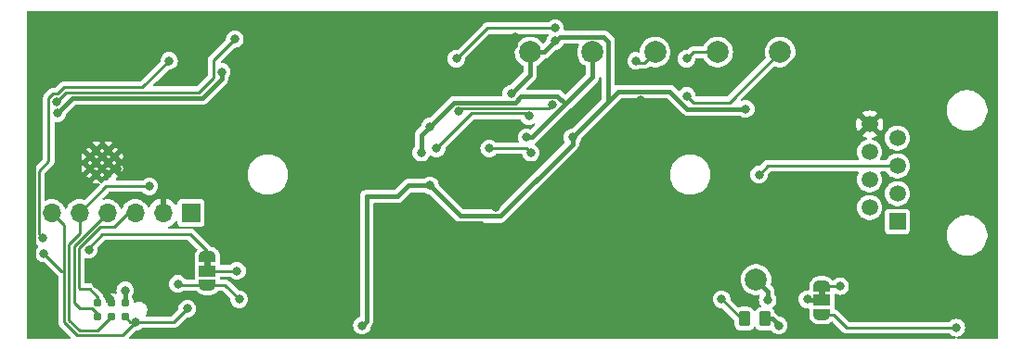
<source format=gbr>
%TF.GenerationSoftware,KiCad,Pcbnew,8.0.4*%
%TF.CreationDate,2025-05-22T08:52:24-04:00*%
%TF.ProjectId,OnionStraws,4f6e696f-6e53-4747-9261-77732e6b6963,rev?*%
%TF.SameCoordinates,Original*%
%TF.FileFunction,Copper,L2,Bot*%
%TF.FilePolarity,Positive*%
%FSLAX46Y46*%
G04 Gerber Fmt 4.6, Leading zero omitted, Abs format (unit mm)*
G04 Created by KiCad (PCBNEW 8.0.4) date 2025-05-22 08:52:24*
%MOMM*%
%LPD*%
G01*
G04 APERTURE LIST*
G04 Aperture macros list*
%AMRoundRect*
0 Rectangle with rounded corners*
0 $1 Rounding radius*
0 $2 $3 $4 $5 $6 $7 $8 $9 X,Y pos of 4 corners*
0 Add a 4 corners polygon primitive as box body*
4,1,4,$2,$3,$4,$5,$6,$7,$8,$9,$2,$3,0*
0 Add four circle primitives for the rounded corners*
1,1,$1+$1,$2,$3*
1,1,$1+$1,$4,$5*
1,1,$1+$1,$6,$7*
1,1,$1+$1,$8,$9*
0 Add four rect primitives between the rounded corners*
20,1,$1+$1,$2,$3,$4,$5,0*
20,1,$1+$1,$4,$5,$6,$7,0*
20,1,$1+$1,$6,$7,$8,$9,0*
20,1,$1+$1,$8,$9,$2,$3,0*%
%AMFreePoly0*
4,1,19,0.550000,-0.750000,0.000000,-0.750000,0.000000,-0.744911,-0.071157,-0.744911,-0.207708,-0.704816,-0.327430,-0.627875,-0.420627,-0.520320,-0.479746,-0.390866,-0.500000,-0.250000,-0.500000,0.250000,-0.479746,0.390866,-0.420627,0.520320,-0.327430,0.627875,-0.207708,0.704816,-0.071157,0.744911,0.000000,0.744911,0.000000,0.750000,0.550000,0.750000,0.550000,-0.750000,0.550000,-0.750000,
$1*%
%AMFreePoly1*
4,1,19,0.000000,0.744911,0.071157,0.744911,0.207708,0.704816,0.327430,0.627875,0.420627,0.520320,0.479746,0.390866,0.500000,0.250000,0.500000,-0.250000,0.479746,-0.390866,0.420627,-0.520320,0.327430,-0.627875,0.207708,-0.704816,0.071157,-0.744911,0.000000,-0.744911,0.000000,-0.750000,-0.550000,-0.750000,-0.550000,0.750000,0.000000,0.750000,0.000000,0.744911,0.000000,0.744911,
$1*%
G04 Aperture macros list end*
%TA.AperFunction,EtchedComponent*%
%ADD10C,0.000000*%
%TD*%
%TA.AperFunction,HeatsinkPad*%
%ADD11C,0.600000*%
%TD*%
%TA.AperFunction,ComponentPad*%
%ADD12R,1.500000X1.500000*%
%TD*%
%TA.AperFunction,ComponentPad*%
%ADD13C,1.500000*%
%TD*%
%TA.AperFunction,SMDPad,CuDef*%
%ADD14C,2.000000*%
%TD*%
%TA.AperFunction,SMDPad,CuDef*%
%ADD15RoundRect,0.250000X-0.262500X-0.450000X0.262500X-0.450000X0.262500X0.450000X-0.262500X0.450000X0*%
%TD*%
%TA.AperFunction,ConnectorPad*%
%ADD16C,0.787400*%
%TD*%
%TA.AperFunction,SMDPad,CuDef*%
%ADD17FreePoly0,270.000000*%
%TD*%
%TA.AperFunction,SMDPad,CuDef*%
%ADD18R,1.500000X1.000000*%
%TD*%
%TA.AperFunction,SMDPad,CuDef*%
%ADD19FreePoly1,270.000000*%
%TD*%
%TA.AperFunction,ComponentPad*%
%ADD20R,1.700000X1.700000*%
%TD*%
%TA.AperFunction,ComponentPad*%
%ADD21O,1.700000X1.700000*%
%TD*%
%TA.AperFunction,ViaPad*%
%ADD22C,0.800000*%
%TD*%
%TA.AperFunction,Conductor*%
%ADD23C,0.406400*%
%TD*%
%TA.AperFunction,Conductor*%
%ADD24C,0.250000*%
%TD*%
G04 APERTURE END LIST*
D10*
%TA.AperFunction,EtchedComponent*%
%TO.C,Power Pin*%
G36*
X115825000Y-106100000D02*
G01*
X115225000Y-106100000D01*
X115225000Y-105600000D01*
X115825000Y-105600000D01*
X115825000Y-106100000D01*
G37*
%TD.AperFunction*%
%TA.AperFunction,EtchedComponent*%
%TO.C,JP1*%
G36*
X59800000Y-103400000D02*
G01*
X59200000Y-103400000D01*
X59200000Y-102900000D01*
X59800000Y-102900000D01*
X59800000Y-103400000D01*
G37*
%TD.AperFunction*%
%TD*%
D11*
%TO.P,U2,19,GND*%
%TO.N,GND*%
X49350000Y-95000000D03*
X50450000Y-95000000D03*
X48800000Y-94450000D03*
X49900000Y-94450000D03*
X51000000Y-94450000D03*
X49350000Y-93900000D03*
X50450000Y-93900000D03*
X48800000Y-93350000D03*
X49900000Y-93350000D03*
X51000000Y-93350000D03*
X49350000Y-92800000D03*
X50450000Y-92800000D03*
%TD*%
D12*
%TO.P,J1,1*%
%TO.N,VDC*%
X122425000Y-99282500D03*
D13*
%TO.P,J1,2*%
%TO.N,unconnected-(J1-Pad2)*%
X119885000Y-98012500D03*
%TO.P,J1,3*%
%TO.N,/ALT_PWR*%
X122425000Y-96742500D03*
%TO.P,J1,4*%
%TO.N,GEA_FullTx*%
X119885000Y-95472500D03*
%TO.P,J1,5*%
%TO.N,GEA_FullRx*%
X122425000Y-94202500D03*
%TO.P,J1,6*%
%TO.N,unconnected-(J1-Pad6)*%
X119885000Y-92932500D03*
%TO.P,J1,7*%
%TO.N,GEA_HalfDplx*%
X122425000Y-91662500D03*
%TO.P,J1,8*%
%TO.N,GND*%
X119885000Y-90392500D03*
%TD*%
D14*
%TO.P,TP1,1,1*%
%TO.N,+5V*%
X88925000Y-83800000D03*
%TD*%
%TO.P,TP4,1,1*%
%TO.N,Net-(D9-A)*%
X100325000Y-83800000D03*
%TD*%
D15*
%TO.P,R8,1*%
%TO.N,Net-(Q2-G)*%
X108500000Y-108200000D03*
%TO.P,R8,2*%
%TO.N,/p2*%
X110325000Y-108200000D03*
%TD*%
D16*
%TO.P,J3,1,Pin_1*%
%TO.N,/EN*%
X52000000Y-108000000D03*
%TO.P,J3,2,Pin_2*%
%TO.N,+3V3*%
X52000000Y-106730000D03*
%TO.P,J3,3,Pin_3*%
%TO.N,GEA3_RX*%
X50730000Y-108000000D03*
%TO.P,J3,4,Pin_4*%
%TO.N,GND*%
X50730000Y-106730000D03*
%TO.P,J3,5,Pin_5*%
%TO.N,GEA3_TX*%
X49460000Y-108000000D03*
%TO.P,J3,6,Pin_6*%
%TO.N,/BOOT*%
X49460000Y-106730000D03*
%TD*%
D17*
%TO.P,Power Pin,1,A*%
%TO.N,Net-(JP2-A)*%
X115525000Y-105200000D03*
D18*
%TO.P,Power Pin,2,C*%
%TO.N,/p1*%
X115525000Y-106500000D03*
D19*
%TO.P,Power Pin,3,B*%
%TO.N,Net-(JP2-B)*%
X115525000Y-107800000D03*
%TD*%
D14*
%TO.P,TP5,1,1*%
%TO.N,Net-(R20-Pad1)*%
X106025000Y-83800000D03*
%TD*%
%TO.P,TP2,1,1*%
%TO.N,+3V3*%
X94625000Y-83800000D03*
%TD*%
%TO.P,TP6,1,1*%
%TO.N,Net-(R21-Pad1)*%
X111725000Y-83800000D03*
%TD*%
%TO.P,INPUT POWER,1,1*%
%TO.N,/p1*%
X109525000Y-104600000D03*
%TD*%
D17*
%TO.P,JP1,1,A*%
%TO.N,Net-(JP1-A)*%
X59500000Y-102500000D03*
D18*
%TO.P,JP1,2,C*%
%TO.N,GEA2_TX*%
X59500000Y-103800000D03*
D19*
%TO.P,JP1,3,B*%
%TO.N,/BOOT*%
X59500000Y-105100000D03*
%TD*%
D20*
%TO.P,J2,1,Pin_1*%
%TO.N,+3V3*%
X58000000Y-98500000D03*
D21*
%TO.P,J2,2,Pin_2*%
%TO.N,GND*%
X55460000Y-98500000D03*
%TO.P,J2,3,Pin_3*%
%TO.N,/BOOT*%
X52920000Y-98500000D03*
%TO.P,J2,4,Pin_4*%
%TO.N,GEA3_TX*%
X50380000Y-98500000D03*
%TO.P,J2,5,Pin_5*%
%TO.N,GEA3_RX*%
X47840000Y-98500000D03*
%TO.P,J2,6,Pin_6*%
%TO.N,/EN*%
X45300000Y-98500000D03*
%TD*%
D22*
%TO.N,+5V*%
X87200000Y-87600000D03*
X91200000Y-82800000D03*
X73600000Y-108800000D03*
X92800000Y-91600000D03*
X108600000Y-89000000D03*
X79800000Y-96000000D03*
%TO.N,Net-(Q2-G)*%
X106400000Y-106400000D03*
%TO.N,GEA_FullRx*%
X109800000Y-95000000D03*
%TO.N,Net-(D9-K-Pad3)*%
X82200000Y-84400000D03*
X91200000Y-81600000D03*
%TO.N,Net-(D9-A)*%
X82400000Y-89206400D03*
X98600000Y-84600000D03*
X90935896Y-88625000D03*
%TO.N,Net-(JP2-B)*%
X127800000Y-109000000D03*
%TO.N,Net-(JP2-A)*%
X117200000Y-105200000D03*
%TO.N,/BOOT*%
X56800000Y-105000000D03*
X62400000Y-106400000D03*
%TO.N,GEA3_RX*%
X54200000Y-96075000D03*
%TO.N,/EN*%
X52980901Y-108473213D03*
X57653431Y-107268075D03*
X44582347Y-102217653D03*
%TO.N,/BOOT_SEL*%
X62000000Y-82600000D03*
X45747584Y-88316520D03*
%TO.N,/LED1*%
X56000000Y-84600000D03*
X44503200Y-100800000D03*
%TO.N,GEA2_TX*%
X62203200Y-103800000D03*
%TO.N,Net-(R20-Pad1)*%
X88800000Y-89656400D03*
X80400000Y-92600000D03*
X103200000Y-84400000D03*
%TO.N,Net-(R21-Pad1)*%
X85200000Y-92600000D03*
X89000000Y-93000000D03*
X103200000Y-87800000D03*
%TO.N,Net-(JP1-A)*%
X48670851Y-101870851D03*
%TO.N,GND*%
X61400000Y-88600000D03*
X108200000Y-102800000D03*
X70600000Y-85800000D03*
X87600000Y-82400000D03*
X52743961Y-82659280D03*
X89600000Y-104600000D03*
X112800000Y-87800000D03*
X72800000Y-107400000D03*
X85262500Y-90404383D03*
X97587347Y-90387347D03*
X107000000Y-86000000D03*
X85200000Y-85400000D03*
X80000000Y-105200000D03*
X106400000Y-91600000D03*
X72600000Y-103000000D03*
X116800000Y-86800000D03*
X109800000Y-98400000D03*
X74400000Y-95400000D03*
X102800000Y-102800000D03*
X99000000Y-88200000D03*
X95800000Y-91400000D03*
X80600000Y-108800000D03*
X111600000Y-85800000D03*
X45035113Y-107386787D03*
X49400000Y-105000000D03*
X79200000Y-98200000D03*
X114800000Y-82600000D03*
X91200000Y-86200000D03*
X55600000Y-101800000D03*
X67200000Y-102625000D03*
X50200000Y-82600000D03*
X94200000Y-96200000D03*
X85800000Y-98000000D03*
X73600000Y-85000000D03*
%TO.N,+3V3*%
X79000000Y-93000000D03*
X88600000Y-91600000D03*
X52000000Y-105600000D03*
X79800000Y-90600000D03*
X45800000Y-89400000D03*
X60800000Y-85600000D03*
%TO.N,/p2*%
X111600000Y-108800000D03*
%TO.N,/p1*%
X110600000Y-106450000D03*
X114200000Y-106400000D03*
%TD*%
D23*
%TO.N,+5V*%
X88925000Y-83800000D02*
X90200000Y-83800000D01*
X101660903Y-87396800D02*
X103264103Y-89000000D01*
X95800000Y-88600000D02*
X96028200Y-88371800D01*
X82603200Y-98803200D02*
X86196800Y-98803200D01*
X92800000Y-92200000D02*
X92800000Y-91600000D01*
X73600000Y-108800000D02*
X74000000Y-108400000D01*
X95800000Y-88600000D02*
X97003200Y-87396800D01*
X91603200Y-82396800D02*
X91200000Y-82800000D01*
X92800000Y-91600000D02*
X95800000Y-88600000D01*
X87200000Y-87600000D02*
X88925000Y-85875000D01*
X86196800Y-98803200D02*
X92800000Y-92200000D01*
X97003200Y-87396800D02*
X101660903Y-87396800D01*
X76800000Y-97000000D02*
X77800000Y-96000000D01*
X88925000Y-85875000D02*
X88925000Y-83800000D01*
X90200000Y-83800000D02*
X91200000Y-82800000D01*
X103264103Y-89000000D02*
X108600000Y-89000000D01*
X77800000Y-96000000D02*
X79800000Y-96000000D01*
X95596800Y-82396800D02*
X91603200Y-82396800D01*
X96028200Y-88371800D02*
X96028200Y-82828200D01*
X74000000Y-97000000D02*
X76800000Y-97000000D01*
X96028200Y-82828200D02*
X95596800Y-82396800D01*
X79800000Y-96000000D02*
X82603200Y-98803200D01*
X74000000Y-108400000D02*
X74000000Y-97000000D01*
D24*
%TO.N,Net-(Q2-G)*%
X108200000Y-108200000D02*
X106400000Y-106400000D01*
X108500000Y-108200000D02*
X108200000Y-108200000D01*
%TO.N,GEA_FullRx*%
X109800000Y-95000000D02*
X110597500Y-94202500D01*
X110597500Y-94202500D02*
X122425000Y-94202500D01*
%TO.N,Net-(D9-K-Pad3)*%
X82200000Y-84400000D02*
X85000000Y-81600000D01*
X85000000Y-81600000D02*
X91200000Y-81600000D01*
%TO.N,Net-(D9-A)*%
X90629496Y-88931400D02*
X82675000Y-88931400D01*
X98800000Y-84800000D02*
X98600000Y-84600000D01*
X100325000Y-83800000D02*
X99325000Y-84800000D01*
X90935896Y-88625000D02*
X90629496Y-88931400D01*
X82675000Y-88931400D02*
X82400000Y-89206400D01*
X99325000Y-84800000D02*
X98800000Y-84800000D01*
%TO.N,Net-(JP2-B)*%
X117800000Y-109000000D02*
X127800000Y-109000000D01*
X116600000Y-107800000D02*
X117800000Y-109000000D01*
X115525000Y-107800000D02*
X116600000Y-107800000D01*
%TO.N,Net-(JP2-A)*%
X117200000Y-105200000D02*
X115525000Y-105200000D01*
%TO.N,/BOOT*%
X56900000Y-105100000D02*
X56800000Y-105000000D01*
X47878700Y-105478700D02*
X47769700Y-105369700D01*
X49460000Y-106730000D02*
X49460000Y-106173225D01*
X51000000Y-99800000D02*
X52300000Y-98500000D01*
X47769700Y-105369700D02*
X47769700Y-101746696D01*
X49460000Y-106173225D02*
X48765475Y-105478700D01*
X47769700Y-101746696D02*
X49716396Y-99800000D01*
X59500000Y-105100000D02*
X56900000Y-105100000D01*
X52300000Y-98500000D02*
X52920000Y-98500000D01*
X59500000Y-105100000D02*
X61100000Y-105100000D01*
X61100000Y-105100000D02*
X62400000Y-106400000D01*
X49716396Y-99800000D02*
X51000000Y-99800000D01*
X48765475Y-105478700D02*
X47878700Y-105478700D01*
%TO.N,GEA3_RX*%
X46869700Y-108291490D02*
X46869700Y-101373904D01*
X54200000Y-96075000D02*
X50265000Y-96075000D01*
X50265000Y-96075000D02*
X47840000Y-98500000D01*
X46869700Y-101373904D02*
X47840000Y-100403604D01*
X50730000Y-108000000D02*
X49478700Y-109251300D01*
X49478700Y-109251300D02*
X47829510Y-109251300D01*
X47829510Y-109251300D02*
X46869700Y-108291490D01*
X47840000Y-100403604D02*
X47840000Y-98500000D01*
%TO.N,/EN*%
X51752814Y-109701300D02*
X47643114Y-109701300D01*
X52980901Y-108473213D02*
X52473213Y-108473213D01*
X56448293Y-108473213D02*
X52980901Y-108473213D01*
X46419700Y-103800000D02*
X46419700Y-99619700D01*
X46419700Y-108477886D02*
X46419700Y-103800000D01*
X47643114Y-109701300D02*
X46419700Y-108477886D01*
X57653431Y-107268075D02*
X56448293Y-108473213D01*
X52980901Y-108473213D02*
X51752814Y-109701300D01*
X46164694Y-103800000D02*
X46419700Y-103800000D01*
X44582347Y-102217653D02*
X46164694Y-103800000D01*
X52473213Y-108473213D02*
X52000000Y-108000000D01*
X46419700Y-99619700D02*
X45300000Y-98500000D01*
%TO.N,GEA3_TX*%
X48932904Y-107219300D02*
X47829510Y-107219300D01*
X49460000Y-108000000D02*
X49460000Y-107746396D01*
X47829510Y-107219300D02*
X47319700Y-106709490D01*
X49460000Y-107746396D02*
X48932904Y-107219300D01*
X47319700Y-106709490D02*
X47319700Y-101560300D01*
X47319700Y-101560300D02*
X50380000Y-98500000D01*
%TO.N,/BOOT_SEL*%
X58728200Y-87471800D02*
X60075000Y-86125000D01*
X46592304Y-87471800D02*
X58728200Y-87471800D01*
X60075000Y-86125000D02*
X60075000Y-84525000D01*
X60075000Y-84525000D02*
X62000000Y-82600000D01*
X45747584Y-88316520D02*
X46592304Y-87471800D01*
%TO.N,/LED1*%
X45022584Y-88016215D02*
X45447279Y-87591520D01*
X45836188Y-87591520D02*
X46405908Y-87021800D01*
X45022584Y-93777416D02*
X45022584Y-88016215D01*
X46405908Y-87021800D02*
X53578200Y-87021800D01*
X53578200Y-87021800D02*
X56000000Y-84600000D01*
X44503200Y-100800000D02*
X44125000Y-100421800D01*
X44125000Y-94675000D02*
X45022584Y-93777416D01*
X44125000Y-100421800D02*
X44125000Y-94675000D01*
X45447279Y-87591520D02*
X45836188Y-87591520D01*
%TO.N,GEA2_TX*%
X62203200Y-103800000D02*
X59500000Y-103800000D01*
%TO.N,Net-(R20-Pad1)*%
X103800000Y-83800000D02*
X103200000Y-84400000D01*
X83600000Y-89400000D02*
X80400000Y-92600000D01*
X88543600Y-89400000D02*
X83600000Y-89400000D01*
X106025000Y-83800000D02*
X103800000Y-83800000D01*
X88800000Y-89656400D02*
X88543600Y-89400000D01*
%TO.N,Net-(R21-Pad1)*%
X85200000Y-92600000D02*
X88600000Y-92600000D01*
X103800000Y-88400000D02*
X107125000Y-88400000D01*
X103200000Y-87800000D02*
X103800000Y-88400000D01*
X88600000Y-92600000D02*
X89000000Y-93000000D01*
X107125000Y-88400000D02*
X111725000Y-83800000D01*
%TO.N,Net-(JP1-A)*%
X57980000Y-100475000D02*
X49925000Y-100475000D01*
X59500000Y-102500000D02*
X59500000Y-101995000D01*
X48600000Y-101800000D02*
X48670851Y-101870851D01*
X49925000Y-100475000D02*
X48600000Y-101800000D01*
X59500000Y-101995000D02*
X57980000Y-100475000D01*
D23*
%TO.N,GND*%
X70600000Y-85800000D02*
X70600000Y-91600000D01*
X85200000Y-85400000D02*
X85340575Y-85400000D01*
X43596800Y-90003200D02*
X44000000Y-89600000D01*
X109000000Y-91600000D02*
X106400000Y-91600000D01*
X44000000Y-85053012D02*
X46453012Y-82600000D01*
X70600000Y-85800000D02*
X72800000Y-85800000D01*
D24*
X52743961Y-82659280D02*
X52684681Y-82600000D01*
D23*
X85262500Y-90404383D02*
X84000000Y-91666883D01*
X72800000Y-103200000D02*
X72600000Y-103000000D01*
X60600000Y-88600000D02*
X61400000Y-88600000D01*
X106400000Y-91600000D02*
X102400000Y-91600000D01*
X109800000Y-98400000D02*
X109800000Y-101200000D01*
X72800000Y-107400000D02*
X72800000Y-103200000D01*
X72800000Y-85800000D02*
X73600000Y-85000000D01*
X46453012Y-82600000D02*
X50200000Y-82600000D01*
X45035113Y-107386787D02*
X43596800Y-105948474D01*
X43596800Y-105948474D02*
X43596800Y-90003200D01*
X84000000Y-91666883D02*
X84000000Y-96200000D01*
X51410000Y-94450000D02*
X51000000Y-94450000D01*
X114800000Y-82600000D02*
X114800000Y-82709425D01*
X87600000Y-83140575D02*
X87600000Y-82400000D01*
X80600000Y-108800000D02*
X80600000Y-105800000D01*
X97587347Y-90387347D02*
X99200000Y-92000000D01*
X84000000Y-96200000D02*
X85800000Y-98000000D01*
D24*
X52684681Y-82600000D02*
X50200000Y-82600000D01*
D23*
X50730000Y-106730000D02*
X50730000Y-106330000D01*
X49400000Y-105000000D02*
X49400000Y-103200000D01*
X99000000Y-88200000D02*
X95800000Y-91400000D01*
X55460000Y-98500000D02*
X55460000Y-93740000D01*
X97200000Y-96200000D02*
X94200000Y-96200000D01*
X79200000Y-98200000D02*
X80409600Y-99409600D01*
X109800000Y-101200000D02*
X108200000Y-102800000D01*
X50800000Y-101800000D02*
X55600000Y-101800000D01*
X114800000Y-85800000D02*
X114800000Y-82600000D01*
X99200000Y-94200000D02*
X97200000Y-96200000D01*
X70600000Y-91600000D02*
X74400000Y-95400000D01*
X84409600Y-99409600D02*
X89600000Y-104600000D01*
X50730000Y-106330000D02*
X49400000Y-105000000D01*
X49400000Y-103200000D02*
X50800000Y-101800000D01*
X102400000Y-91600000D02*
X99000000Y-88200000D01*
X44000000Y-89600000D02*
X44000000Y-85053012D01*
X85340575Y-85400000D02*
X87600000Y-83140575D01*
X114800000Y-84800000D02*
X114800000Y-82600000D01*
X99200000Y-92000000D02*
X99200000Y-94200000D01*
X80600000Y-105800000D02*
X80000000Y-105200000D01*
X108200000Y-102800000D02*
X102800000Y-102800000D01*
X116800000Y-86800000D02*
X114800000Y-84800000D01*
X72600000Y-103000000D02*
X67575000Y-103000000D01*
X55460000Y-93740000D02*
X60600000Y-88600000D01*
X111709425Y-85800000D02*
X111600000Y-85800000D01*
X67575000Y-103000000D02*
X67200000Y-102625000D01*
X114800000Y-82709425D02*
X111709425Y-85800000D01*
X112800000Y-87800000D02*
X109000000Y-91600000D01*
X112800000Y-87800000D02*
X114800000Y-85800000D01*
X80409600Y-99409600D02*
X84409600Y-99409600D01*
X102800000Y-102800000D02*
X102600000Y-102800000D01*
%TO.N,+3V3*%
X94625000Y-86071793D02*
X94625000Y-83800000D01*
X88114097Y-87821800D02*
X91421800Y-87821800D01*
X81996800Y-88403200D02*
X87532697Y-88403200D01*
X79000000Y-93000000D02*
X79000000Y-91400000D01*
X45800000Y-89400000D02*
X47200000Y-88000000D01*
X89096793Y-91600000D02*
X92148396Y-88548396D01*
X79800000Y-90600000D02*
X81996800Y-88403200D01*
X92148396Y-88548396D02*
X94625000Y-86071793D01*
X88600000Y-91600000D02*
X89096793Y-91600000D01*
X47200000Y-88000000D02*
X59000000Y-88000000D01*
X52000000Y-105600000D02*
X52000000Y-106730000D01*
X60800000Y-86200000D02*
X60800000Y-85600000D01*
X94018600Y-84406400D02*
X94625000Y-83800000D01*
X79000000Y-91400000D02*
X79800000Y-90600000D01*
X59000000Y-88000000D02*
X60800000Y-86200000D01*
X91421800Y-87821800D02*
X92148396Y-88548396D01*
X87532697Y-88403200D02*
X88114097Y-87821800D01*
%TO.N,/p2*%
X111000000Y-108200000D02*
X111600000Y-108800000D01*
X110325000Y-108200000D02*
X111000000Y-108200000D01*
%TO.N,/p1*%
X110600000Y-106450000D02*
X110600000Y-105675000D01*
X115525000Y-106500000D02*
X114300000Y-106500000D01*
X114300000Y-106500000D02*
X114200000Y-106400000D01*
X110600000Y-105675000D02*
X109525000Y-104600000D01*
%TD*%
%TA.AperFunction,Conductor*%
%TO.N,GND*%
G36*
X93353045Y-83019407D02*
G01*
X93389009Y-83068907D01*
X93389009Y-83130093D01*
X93385519Y-83139260D01*
X93303700Y-83325788D01*
X93295843Y-83343701D01*
X93238865Y-83568696D01*
X93219700Y-83800000D01*
X93238865Y-84031303D01*
X93243721Y-84050477D01*
X93295843Y-84256300D01*
X93342453Y-84362559D01*
X93389075Y-84468848D01*
X93389078Y-84468853D01*
X93416466Y-84510773D01*
X93429214Y-84539298D01*
X93456042Y-84639423D01*
X93519608Y-84749522D01*
X93535519Y-84777080D01*
X93647920Y-84889481D01*
X93785580Y-84968959D01*
X93887060Y-84996149D01*
X93908545Y-85004703D01*
X93969420Y-85037647D01*
X94011597Y-85081970D01*
X94021300Y-85124714D01*
X94021300Y-85780723D01*
X94002393Y-85838914D01*
X93992304Y-85850727D01*
X92218399Y-87624631D01*
X92163882Y-87652408D01*
X92103450Y-87642837D01*
X92078394Y-87624633D01*
X91792480Y-87338719D01*
X91792477Y-87338717D01*
X91654824Y-87259243D01*
X91654822Y-87259242D01*
X91654820Y-87259241D01*
X91622115Y-87250478D01*
X91501279Y-87218100D01*
X91501277Y-87218100D01*
X88674669Y-87218100D01*
X88616478Y-87199193D01*
X88580514Y-87149693D01*
X88580514Y-87088507D01*
X88604665Y-87049096D01*
X88779550Y-86874211D01*
X89408080Y-86245681D01*
X89462587Y-86151272D01*
X89487527Y-86108075D01*
X89487536Y-86108057D01*
X89487558Y-86108020D01*
X89487559Y-86108019D01*
X89528700Y-85954479D01*
X89528700Y-85124714D01*
X89547607Y-85066523D01*
X89580582Y-85037646D01*
X89595047Y-85029818D01*
X89693626Y-84976470D01*
X89876784Y-84833913D01*
X90033979Y-84663153D01*
X90160924Y-84468849D01*
X90163518Y-84462934D01*
X90204207Y-84417239D01*
X90254181Y-84403700D01*
X90279479Y-84403700D01*
X90400568Y-84371253D01*
X90400571Y-84371253D01*
X90418302Y-84366502D01*
X90433020Y-84362559D01*
X90570680Y-84283081D01*
X91229821Y-83623938D01*
X91284336Y-83596163D01*
X91288719Y-83595568D01*
X91379255Y-83585368D01*
X91549522Y-83525789D01*
X91702262Y-83429816D01*
X91829816Y-83302262D01*
X91925789Y-83149522D01*
X91954734Y-83066802D01*
X91991799Y-83018122D01*
X92048178Y-83000500D01*
X93294854Y-83000500D01*
X93353045Y-83019407D01*
G37*
%TD.AperFunction*%
%TA.AperFunction,Conductor*%
G36*
X131548691Y-80029407D02*
G01*
X131584655Y-80078907D01*
X131589500Y-80109500D01*
X131589500Y-109890500D01*
X131570593Y-109948691D01*
X131521093Y-109984655D01*
X131490500Y-109989500D01*
X127930391Y-109989500D01*
X127872200Y-109970593D01*
X127836236Y-109921093D01*
X127836236Y-109859907D01*
X127872200Y-109810407D01*
X127919305Y-109792122D01*
X127979255Y-109785368D01*
X128149522Y-109725789D01*
X128302262Y-109629816D01*
X128429816Y-109502262D01*
X128525789Y-109349522D01*
X128585368Y-109179255D01*
X128605565Y-109000000D01*
X128585368Y-108820745D01*
X128577837Y-108799224D01*
X128538237Y-108686053D01*
X128525789Y-108650478D01*
X128512905Y-108629974D01*
X128429818Y-108497741D01*
X128429817Y-108497740D01*
X128429816Y-108497738D01*
X128302262Y-108370184D01*
X128302259Y-108370182D01*
X128302258Y-108370181D01*
X128149523Y-108274211D01*
X127979261Y-108214633D01*
X127979257Y-108214632D01*
X127800000Y-108194435D01*
X127620742Y-108214632D01*
X127620738Y-108214633D01*
X127450477Y-108274211D01*
X127450476Y-108274211D01*
X127297741Y-108370181D01*
X127297736Y-108370185D01*
X127222417Y-108445504D01*
X127167900Y-108473281D01*
X127152414Y-108474500D01*
X118058677Y-108474500D01*
X118000486Y-108455593D01*
X117988673Y-108445504D01*
X117020506Y-107477337D01*
X117020505Y-107477335D01*
X116922665Y-107379495D01*
X116897559Y-107365000D01*
X116802837Y-107310312D01*
X116802839Y-107310312D01*
X116788054Y-107306350D01*
X116774591Y-107302743D01*
X116754080Y-107297247D01*
X116747151Y-107295390D01*
X116695837Y-107262064D01*
X116674996Y-107215252D01*
X116673462Y-107205565D01*
X116663150Y-107140462D01*
X116663150Y-107109487D01*
X116664272Y-107102403D01*
X116675500Y-107031519D01*
X116675499Y-105994968D01*
X116694406Y-105936778D01*
X116743906Y-105900814D01*
X116805092Y-105900814D01*
X116827172Y-105911145D01*
X116850472Y-105925786D01*
X116850475Y-105925787D01*
X116850478Y-105925789D01*
X116951145Y-105961014D01*
X117020738Y-105985366D01*
X117020742Y-105985367D01*
X117020745Y-105985368D01*
X117200000Y-106005565D01*
X117379255Y-105985368D01*
X117549522Y-105925789D01*
X117702262Y-105829816D01*
X117829816Y-105702262D01*
X117925789Y-105549522D01*
X117985368Y-105379255D01*
X118005565Y-105200000D01*
X117985368Y-105020745D01*
X117984059Y-105017005D01*
X117934689Y-104875914D01*
X117925789Y-104850478D01*
X117913739Y-104831301D01*
X117829818Y-104697741D01*
X117829817Y-104697740D01*
X117829816Y-104697738D01*
X117702262Y-104570184D01*
X117702259Y-104570182D01*
X117702258Y-104570181D01*
X117549523Y-104474211D01*
X117379261Y-104414633D01*
X117379257Y-104414632D01*
X117200000Y-104394435D01*
X117020742Y-104414632D01*
X117020738Y-104414633D01*
X116850477Y-104474211D01*
X116850476Y-104474211D01*
X116697741Y-104570181D01*
X116697740Y-104570181D01*
X116628814Y-104639107D01*
X116574297Y-104666883D01*
X116513865Y-104657311D01*
X116483992Y-104633934D01*
X116463523Y-104610312D01*
X116422305Y-104562744D01*
X116422295Y-104562735D01*
X116313649Y-104468593D01*
X116313636Y-104468584D01*
X116216561Y-104406198D01*
X116216548Y-104406191D01*
X116137697Y-104370181D01*
X116085767Y-104346465D01*
X116085765Y-104346464D01*
X116085762Y-104346463D01*
X115975036Y-104313950D01*
X115975028Y-104313948D01*
X115975024Y-104313947D01*
X115975019Y-104313946D01*
X115975018Y-104313946D01*
X115832713Y-104293485D01*
X115832709Y-104293485D01*
X115717292Y-104293485D01*
X115717290Y-104293485D01*
X115717248Y-104293491D01*
X115703151Y-104294500D01*
X115346849Y-104294500D01*
X115332752Y-104293491D01*
X115332710Y-104293485D01*
X115332708Y-104293485D01*
X115217291Y-104293485D01*
X115217287Y-104293485D01*
X115074981Y-104313946D01*
X115074977Y-104313946D01*
X115074976Y-104313947D01*
X115074974Y-104313947D01*
X115074963Y-104313950D01*
X114964237Y-104346463D01*
X114833451Y-104406191D01*
X114833438Y-104406198D01*
X114736363Y-104468584D01*
X114736350Y-104468593D01*
X114627704Y-104562735D01*
X114627693Y-104562746D01*
X114552107Y-104649975D01*
X114552104Y-104649980D01*
X114474383Y-104770917D01*
X114474379Y-104770925D01*
X114474378Y-104770927D01*
X114436349Y-104854200D01*
X114426430Y-104875919D01*
X114385925Y-105013867D01*
X114385924Y-105013872D01*
X114369500Y-105128105D01*
X114369500Y-105502751D01*
X114350593Y-105560942D01*
X114301093Y-105596906D01*
X114259417Y-105601129D01*
X114200000Y-105594435D01*
X114020742Y-105614632D01*
X114020738Y-105614633D01*
X113850477Y-105674211D01*
X113850476Y-105674211D01*
X113697741Y-105770181D01*
X113570181Y-105897741D01*
X113474211Y-106050476D01*
X113474211Y-106050477D01*
X113414633Y-106220738D01*
X113414632Y-106220742D01*
X113394435Y-106400000D01*
X113414632Y-106579257D01*
X113414633Y-106579261D01*
X113474211Y-106749522D01*
X113474211Y-106749523D01*
X113562215Y-106889580D01*
X113570184Y-106902262D01*
X113697738Y-107029816D01*
X113697740Y-107029817D01*
X113697741Y-107029818D01*
X113830087Y-107112977D01*
X113850478Y-107125789D01*
X113914568Y-107148215D01*
X114020738Y-107185366D01*
X114020742Y-107185367D01*
X114020745Y-107185368D01*
X114200000Y-107205565D01*
X114259416Y-107198870D01*
X114319356Y-107211142D01*
X114360637Y-107256303D01*
X114369500Y-107297247D01*
X114369500Y-107871894D01*
X114385924Y-107986127D01*
X114385925Y-107986132D01*
X114411620Y-108073640D01*
X114426432Y-108124086D01*
X114474378Y-108229073D01*
X114474379Y-108229074D01*
X114474383Y-108229082D01*
X114552104Y-108350019D01*
X114552107Y-108350024D01*
X114552110Y-108350027D01*
X114627695Y-108437256D01*
X114627702Y-108437262D01*
X114627704Y-108437264D01*
X114736350Y-108531406D01*
X114736363Y-108531415D01*
X114833438Y-108593801D01*
X114833442Y-108593803D01*
X114833448Y-108593807D01*
X114964233Y-108653535D01*
X115074976Y-108686053D01*
X115154039Y-108697420D01*
X115217287Y-108706515D01*
X115217291Y-108706515D01*
X115332710Y-108706515D01*
X115332752Y-108706509D01*
X115346849Y-108705500D01*
X115703151Y-108705500D01*
X115717248Y-108706509D01*
X115717290Y-108706515D01*
X115717292Y-108706515D01*
X115832713Y-108706515D01*
X115889635Y-108698330D01*
X115975024Y-108686053D01*
X116085767Y-108653535D01*
X116216552Y-108593807D01*
X116313644Y-108531410D01*
X116391103Y-108464291D01*
X116447462Y-108440474D01*
X116507057Y-108454332D01*
X116525938Y-108469107D01*
X117379493Y-109322662D01*
X117379495Y-109322665D01*
X117477335Y-109420505D01*
X117597164Y-109489688D01*
X117597166Y-109489688D01*
X117597167Y-109489689D01*
X117644090Y-109502262D01*
X117644091Y-109502262D01*
X117730816Y-109525500D01*
X117730817Y-109525500D01*
X127152414Y-109525500D01*
X127210605Y-109544407D01*
X127222417Y-109554496D01*
X127273486Y-109605564D01*
X127297738Y-109629816D01*
X127450478Y-109725789D01*
X127518657Y-109749646D01*
X127620738Y-109785366D01*
X127620742Y-109785367D01*
X127620745Y-109785368D01*
X127680694Y-109792122D01*
X127736401Y-109817426D01*
X127766597Y-109870642D01*
X127759746Y-109931442D01*
X127718466Y-109976604D01*
X127669609Y-109989500D01*
X52446791Y-109989500D01*
X52388600Y-109970593D01*
X52352636Y-109921093D01*
X52352636Y-109859907D01*
X52376787Y-109820497D01*
X52891111Y-109306171D01*
X52945628Y-109278393D01*
X52972197Y-109277797D01*
X52980901Y-109278778D01*
X53160156Y-109258581D01*
X53330423Y-109199002D01*
X53483163Y-109103029D01*
X53534329Y-109051863D01*
X53558484Y-109027709D01*
X53613001Y-108999932D01*
X53628487Y-108998713D01*
X56373031Y-108998713D01*
X56373047Y-108998714D01*
X56379110Y-108998714D01*
X56517477Y-108998714D01*
X56517477Y-108998713D01*
X56633689Y-108967574D01*
X56633690Y-108967574D01*
X56638049Y-108966405D01*
X56651129Y-108962901D01*
X56770958Y-108893718D01*
X56864676Y-108800000D01*
X72794435Y-108800000D01*
X72814632Y-108979257D01*
X72814633Y-108979261D01*
X72874211Y-109149522D01*
X72874211Y-109149523D01*
X72970180Y-109302256D01*
X72970184Y-109302262D01*
X73097738Y-109429816D01*
X73097740Y-109429817D01*
X73097741Y-109429818D01*
X73213028Y-109502258D01*
X73250478Y-109525789D01*
X73303685Y-109544407D01*
X73420738Y-109585366D01*
X73420742Y-109585367D01*
X73420745Y-109585368D01*
X73600000Y-109605565D01*
X73779255Y-109585368D01*
X73949522Y-109525789D01*
X74102262Y-109429816D01*
X74229816Y-109302262D01*
X74325789Y-109149522D01*
X74385368Y-108979255D01*
X74395566Y-108888737D01*
X74420870Y-108833031D01*
X74423942Y-108829818D01*
X74453210Y-108800551D01*
X74483080Y-108770681D01*
X74533656Y-108683080D01*
X74562559Y-108633019D01*
X74603700Y-108479479D01*
X74603700Y-106400000D01*
X105594435Y-106400000D01*
X105614632Y-106579257D01*
X105614633Y-106579261D01*
X105674211Y-106749522D01*
X105674211Y-106749523D01*
X105762215Y-106889580D01*
X105770184Y-106902262D01*
X105897738Y-107029816D01*
X105897740Y-107029817D01*
X105897741Y-107029818D01*
X106030087Y-107112977D01*
X106050478Y-107125789D01*
X106114568Y-107148215D01*
X106220738Y-107185366D01*
X106220742Y-107185367D01*
X106220745Y-107185368D01*
X106400000Y-107205565D01*
X106407285Y-107204744D01*
X106408698Y-107204585D01*
X106468640Y-107216856D01*
X106489789Y-107232958D01*
X107558004Y-108301173D01*
X107585781Y-108355690D01*
X107587000Y-108371177D01*
X107587000Y-108715688D01*
X107589901Y-108752565D01*
X107589901Y-108752568D01*
X107589902Y-108752569D01*
X107635756Y-108910398D01*
X107719419Y-109051865D01*
X107835635Y-109168081D01*
X107977102Y-109251744D01*
X108134931Y-109297598D01*
X108171806Y-109300500D01*
X108171811Y-109300500D01*
X108828189Y-109300500D01*
X108828194Y-109300500D01*
X108865069Y-109297598D01*
X109022898Y-109251744D01*
X109164365Y-109168081D01*
X109280581Y-109051865D01*
X109327288Y-108972887D01*
X109373182Y-108932427D01*
X109434096Y-108926668D01*
X109486761Y-108957814D01*
X109497708Y-108972881D01*
X109544419Y-109051865D01*
X109660635Y-109168081D01*
X109802102Y-109251744D01*
X109959931Y-109297598D01*
X109996806Y-109300500D01*
X109996811Y-109300500D01*
X110653189Y-109300500D01*
X110653194Y-109300500D01*
X110690069Y-109297598D01*
X110847898Y-109251744D01*
X110847901Y-109251742D01*
X110852748Y-109250334D01*
X110913904Y-109252256D01*
X110962250Y-109289756D01*
X110964193Y-109292729D01*
X110970180Y-109302256D01*
X110970184Y-109302262D01*
X111097738Y-109429816D01*
X111097740Y-109429817D01*
X111097741Y-109429818D01*
X111213028Y-109502258D01*
X111250478Y-109525789D01*
X111303685Y-109544407D01*
X111420738Y-109585366D01*
X111420742Y-109585367D01*
X111420745Y-109585368D01*
X111600000Y-109605565D01*
X111779255Y-109585368D01*
X111949522Y-109525789D01*
X112102262Y-109429816D01*
X112229816Y-109302262D01*
X112325789Y-109149522D01*
X112385368Y-108979255D01*
X112405565Y-108800000D01*
X112385368Y-108620745D01*
X112375942Y-108593808D01*
X112353753Y-108530394D01*
X112325789Y-108450478D01*
X112299537Y-108408699D01*
X112229818Y-108297741D01*
X112229817Y-108297740D01*
X112229816Y-108297738D01*
X112102262Y-108170184D01*
X112102259Y-108170182D01*
X112102258Y-108170181D01*
X111949523Y-108074211D01*
X111779255Y-108014631D01*
X111688739Y-108004432D01*
X111633031Y-107979128D01*
X111629821Y-107976059D01*
X111370679Y-107716918D01*
X111266495Y-107656767D01*
X111225554Y-107611298D01*
X111220926Y-107598651D01*
X111189244Y-107489603D01*
X111189244Y-107489602D01*
X111105581Y-107348135D01*
X111027299Y-107269853D01*
X110999524Y-107215339D01*
X111009095Y-107154907D01*
X111044634Y-107116026D01*
X111102262Y-107079816D01*
X111229816Y-106952262D01*
X111325789Y-106799522D01*
X111385368Y-106629255D01*
X111405565Y-106450000D01*
X111385368Y-106270745D01*
X111385365Y-106270737D01*
X111350296Y-106170516D01*
X111325789Y-106100478D01*
X111320988Y-106092838D01*
X111229818Y-105947741D01*
X111226352Y-105943395D01*
X111228238Y-105941890D01*
X111204912Y-105896055D01*
X111203700Y-105880614D01*
X111203700Y-105595522D01*
X111203700Y-105595521D01*
X111183604Y-105520521D01*
X111162559Y-105441980D01*
X111150297Y-105420742D01*
X111083081Y-105304320D01*
X110890074Y-105111312D01*
X110862297Y-105056796D01*
X110864106Y-105017009D01*
X110911134Y-104831305D01*
X110930300Y-104600000D01*
X110911134Y-104368695D01*
X110854157Y-104143700D01*
X110760924Y-103931151D01*
X110633979Y-103736847D01*
X110476784Y-103566087D01*
X110328248Y-103450477D01*
X110293629Y-103423532D01*
X110293626Y-103423530D01*
X110089506Y-103313065D01*
X110073221Y-103307474D01*
X109869981Y-103237702D01*
X109869978Y-103237701D01*
X109869977Y-103237701D01*
X109641049Y-103199500D01*
X109408951Y-103199500D01*
X109180022Y-103237701D01*
X108960493Y-103313065D01*
X108756373Y-103423530D01*
X108756370Y-103423532D01*
X108573219Y-103566084D01*
X108573216Y-103566086D01*
X108573216Y-103566087D01*
X108416021Y-103736847D01*
X108289076Y-103931151D01*
X108195843Y-104143700D01*
X108182995Y-104194435D01*
X108138865Y-104368696D01*
X108119700Y-104599999D01*
X108138865Y-104831303D01*
X108150164Y-104875919D01*
X108195843Y-105056300D01*
X108289076Y-105268849D01*
X108416021Y-105463153D01*
X108573216Y-105633913D01*
X108756374Y-105776470D01*
X108960497Y-105886936D01*
X109180019Y-105962298D01*
X109408951Y-106000500D01*
X109641049Y-106000500D01*
X109760840Y-105980510D01*
X109821348Y-105989582D01*
X109864969Y-106032487D01*
X109875040Y-106092838D01*
X109870578Y-106110858D01*
X109814633Y-106270737D01*
X109814632Y-106270742D01*
X109794435Y-106450000D01*
X109814632Y-106629257D01*
X109814633Y-106629261D01*
X109874211Y-106799522D01*
X109874211Y-106799523D01*
X109970184Y-106952263D01*
X109973309Y-106956181D01*
X109994809Y-107013464D01*
X109978533Y-107072445D01*
X109930697Y-107110595D01*
X109923530Y-107112977D01*
X109802101Y-107148256D01*
X109660636Y-107231918D01*
X109544418Y-107348136D01*
X109497714Y-107427110D01*
X109451818Y-107467573D01*
X109390904Y-107473331D01*
X109338239Y-107442185D01*
X109327286Y-107427110D01*
X109299127Y-107379495D01*
X109280581Y-107348135D01*
X109164365Y-107231919D01*
X109022898Y-107148256D01*
X108865069Y-107102402D01*
X108865068Y-107102401D01*
X108865065Y-107102401D01*
X108841640Y-107100558D01*
X108828194Y-107099500D01*
X108171806Y-107099500D01*
X108159273Y-107100486D01*
X108134934Y-107102401D01*
X108134927Y-107102403D01*
X108106731Y-107110595D01*
X107977102Y-107148256D01*
X107977100Y-107148256D01*
X107971121Y-107149994D01*
X107970604Y-107148215D01*
X107918114Y-107153166D01*
X107869728Y-107126559D01*
X107232958Y-106489789D01*
X107205181Y-106435272D01*
X107204585Y-106408698D01*
X107204744Y-106407285D01*
X107205565Y-106400000D01*
X107185368Y-106220745D01*
X107181794Y-106210532D01*
X107145457Y-106106687D01*
X107125789Y-106050478D01*
X107114484Y-106032487D01*
X107029818Y-105897741D01*
X107029817Y-105897740D01*
X107029816Y-105897738D01*
X106902262Y-105770184D01*
X106902259Y-105770182D01*
X106902258Y-105770181D01*
X106749523Y-105674211D01*
X106579261Y-105614633D01*
X106579257Y-105614632D01*
X106400000Y-105594435D01*
X106220742Y-105614632D01*
X106220738Y-105614633D01*
X106050477Y-105674211D01*
X106050476Y-105674211D01*
X105897741Y-105770181D01*
X105770181Y-105897741D01*
X105674211Y-106050476D01*
X105674211Y-106050477D01*
X105614633Y-106220738D01*
X105614632Y-106220742D01*
X105594435Y-106400000D01*
X74603700Y-106400000D01*
X74603700Y-97702700D01*
X74622607Y-97644509D01*
X74672107Y-97608545D01*
X74702700Y-97603700D01*
X76879479Y-97603700D01*
X77000568Y-97571253D01*
X77000571Y-97571253D01*
X77018302Y-97566502D01*
X77033020Y-97562559D01*
X77170680Y-97483081D01*
X78021065Y-96632696D01*
X78075582Y-96604919D01*
X78091069Y-96603700D01*
X79230615Y-96603700D01*
X79288806Y-96622607D01*
X79293312Y-96626455D01*
X79293395Y-96626352D01*
X79297741Y-96629818D01*
X79417099Y-96704816D01*
X79450478Y-96725789D01*
X79518657Y-96749646D01*
X79620738Y-96785366D01*
X79620742Y-96785367D01*
X79620745Y-96785368D01*
X79711259Y-96795566D01*
X79766967Y-96820870D01*
X79770179Y-96823940D01*
X82232519Y-99286280D01*
X82251147Y-99297035D01*
X82274143Y-99310312D01*
X82274144Y-99310312D01*
X82370181Y-99365759D01*
X82523721Y-99406900D01*
X82523723Y-99406900D01*
X86276279Y-99406900D01*
X86397368Y-99374453D01*
X86397371Y-99374453D01*
X86415102Y-99369702D01*
X86429820Y-99365759D01*
X86567480Y-99286281D01*
X87841261Y-98012500D01*
X118729571Y-98012500D01*
X118737932Y-98102737D01*
X118749244Y-98224810D01*
X118807595Y-98429889D01*
X118902634Y-98620755D01*
X119031128Y-98790907D01*
X119048789Y-98807007D01*
X119188692Y-98934547D01*
X119188699Y-98934553D01*
X119239367Y-98965925D01*
X119369981Y-99046798D01*
X119568802Y-99123821D01*
X119778390Y-99163000D01*
X119991610Y-99163000D01*
X120201198Y-99123821D01*
X120400019Y-99046798D01*
X120581302Y-98934552D01*
X120738872Y-98790907D01*
X120867366Y-98620755D01*
X120927007Y-98500978D01*
X121274500Y-98500978D01*
X121274500Y-100064021D01*
X121274501Y-100064023D01*
X121289352Y-100157799D01*
X121289354Y-100157804D01*
X121346950Y-100270842D01*
X121436658Y-100360550D01*
X121549696Y-100418146D01*
X121643481Y-100433000D01*
X123206518Y-100432999D01*
X123206521Y-100432999D01*
X123206522Y-100432998D01*
X123217812Y-100431210D01*
X126924500Y-100431210D01*
X126924500Y-100673789D01*
X126956161Y-100914281D01*
X126956161Y-100914286D01*
X127018944Y-101148592D01*
X127018948Y-101148605D01*
X127111772Y-101372704D01*
X127111774Y-101372708D01*
X127111776Y-101372712D01*
X127221813Y-101563302D01*
X127233066Y-101582792D01*
X127380729Y-101775231D01*
X127380731Y-101775233D01*
X127380735Y-101775238D01*
X127552262Y-101946765D01*
X127552266Y-101946768D01*
X127552268Y-101946770D01*
X127714060Y-102070917D01*
X127744711Y-102094436D01*
X127954788Y-102215724D01*
X128178900Y-102308554D01*
X128413211Y-102371338D01*
X128653712Y-102403000D01*
X128653713Y-102403000D01*
X128896287Y-102403000D01*
X128896288Y-102403000D01*
X129136789Y-102371338D01*
X129371100Y-102308554D01*
X129595212Y-102215724D01*
X129805289Y-102094436D01*
X129997738Y-101946765D01*
X130169265Y-101775238D01*
X130316936Y-101582789D01*
X130438224Y-101372712D01*
X130531054Y-101148600D01*
X130593838Y-100914289D01*
X130625500Y-100673788D01*
X130625500Y-100431212D01*
X130593838Y-100190711D01*
X130531054Y-99956400D01*
X130439615Y-99735645D01*
X130438227Y-99732295D01*
X130438226Y-99732294D01*
X130438224Y-99732288D01*
X130316936Y-99522211D01*
X130296867Y-99496056D01*
X130169270Y-99329768D01*
X130169268Y-99329766D01*
X130169265Y-99329762D01*
X129997738Y-99158235D01*
X129997733Y-99158231D01*
X129997731Y-99158229D01*
X129805292Y-99010566D01*
X129805289Y-99010564D01*
X129595212Y-98889276D01*
X129595208Y-98889274D01*
X129595204Y-98889272D01*
X129371105Y-98796448D01*
X129371104Y-98796447D01*
X129371100Y-98796446D01*
X129136789Y-98733662D01*
X129136786Y-98733661D01*
X129136784Y-98733661D01*
X128896289Y-98702000D01*
X128896288Y-98702000D01*
X128653712Y-98702000D01*
X128653710Y-98702000D01*
X128413218Y-98733661D01*
X128413213Y-98733661D01*
X128178907Y-98796444D01*
X128178894Y-98796448D01*
X127954795Y-98889272D01*
X127744707Y-99010566D01*
X127552268Y-99158229D01*
X127380729Y-99329768D01*
X127233066Y-99522207D01*
X127111772Y-99732295D01*
X127018948Y-99956394D01*
X127018944Y-99956407D01*
X126956161Y-100190713D01*
X126956161Y-100190718D01*
X126924500Y-100431210D01*
X123217812Y-100431210D01*
X123253411Y-100425572D01*
X123300299Y-100418147D01*
X123300299Y-100418146D01*
X123300304Y-100418146D01*
X123413342Y-100360550D01*
X123503050Y-100270842D01*
X123560646Y-100157804D01*
X123575500Y-100064019D01*
X123575499Y-98500982D01*
X123575499Y-98500981D01*
X123575499Y-98500978D01*
X123575498Y-98500976D01*
X123560647Y-98407200D01*
X123560646Y-98407198D01*
X123560646Y-98407196D01*
X123503050Y-98294158D01*
X123413342Y-98204450D01*
X123300304Y-98146854D01*
X123300305Y-98146854D01*
X123206521Y-98132000D01*
X121643478Y-98132000D01*
X121643476Y-98132001D01*
X121549700Y-98146852D01*
X121549695Y-98146854D01*
X121436659Y-98204449D01*
X121346949Y-98294159D01*
X121289354Y-98407195D01*
X121274500Y-98500978D01*
X120927007Y-98500978D01*
X120962405Y-98429889D01*
X121020756Y-98224810D01*
X121040429Y-98012500D01*
X121020756Y-97800190D01*
X120962405Y-97595111D01*
X120867366Y-97404245D01*
X120738872Y-97234093D01*
X120657475Y-97159889D01*
X120581307Y-97090452D01*
X120581300Y-97090446D01*
X120400024Y-96978205D01*
X120400019Y-96978202D01*
X120201195Y-96901178D01*
X119991610Y-96862000D01*
X119778390Y-96862000D01*
X119568804Y-96901178D01*
X119369980Y-96978202D01*
X119369975Y-96978205D01*
X119188699Y-97090446D01*
X119188692Y-97090452D01*
X119031135Y-97234086D01*
X119031131Y-97234089D01*
X119031128Y-97234093D01*
X119031125Y-97234097D01*
X118902635Y-97404243D01*
X118902630Y-97404252D01*
X118807596Y-97595108D01*
X118749244Y-97800188D01*
X118729571Y-98012500D01*
X87841261Y-98012500D01*
X90975051Y-94878710D01*
X101674500Y-94878710D01*
X101674500Y-95121289D01*
X101706161Y-95361781D01*
X101706161Y-95361786D01*
X101715409Y-95396300D01*
X101767847Y-95592000D01*
X101768944Y-95596092D01*
X101768948Y-95596105D01*
X101861772Y-95820204D01*
X101861774Y-95820208D01*
X101861776Y-95820212D01*
X101983064Y-96030289D01*
X101983066Y-96030292D01*
X102130729Y-96222731D01*
X102130731Y-96222733D01*
X102130735Y-96222738D01*
X102302262Y-96394265D01*
X102302266Y-96394268D01*
X102302268Y-96394270D01*
X102341695Y-96424523D01*
X102494711Y-96541936D01*
X102704788Y-96663224D01*
X102928900Y-96756054D01*
X103163211Y-96818838D01*
X103403712Y-96850500D01*
X103403713Y-96850500D01*
X103646287Y-96850500D01*
X103646288Y-96850500D01*
X103886789Y-96818838D01*
X104121100Y-96756054D01*
X104153822Y-96742500D01*
X121269571Y-96742500D01*
X121289244Y-96954811D01*
X121312449Y-97036367D01*
X121347595Y-97159889D01*
X121442634Y-97350755D01*
X121571128Y-97520907D01*
X121626355Y-97571253D01*
X121728692Y-97664547D01*
X121728699Y-97664553D01*
X121774848Y-97693127D01*
X121909981Y-97776798D01*
X122108802Y-97853821D01*
X122318390Y-97893000D01*
X122531610Y-97893000D01*
X122741198Y-97853821D01*
X122940019Y-97776798D01*
X123121302Y-97664552D01*
X123278872Y-97520907D01*
X123407366Y-97350755D01*
X123502405Y-97159889D01*
X123560756Y-96954810D01*
X123580429Y-96742500D01*
X123560756Y-96530190D01*
X123502405Y-96325111D01*
X123407366Y-96134245D01*
X123278872Y-95964093D01*
X123197475Y-95889889D01*
X123121307Y-95820452D01*
X123121300Y-95820446D01*
X122940024Y-95708205D01*
X122940019Y-95708202D01*
X122791012Y-95650477D01*
X122741198Y-95631179D01*
X122741197Y-95631178D01*
X122741195Y-95631178D01*
X122531610Y-95592000D01*
X122318390Y-95592000D01*
X122108804Y-95631178D01*
X121909980Y-95708202D01*
X121909975Y-95708205D01*
X121728699Y-95820446D01*
X121728692Y-95820452D01*
X121571135Y-95964086D01*
X121571131Y-95964089D01*
X121571128Y-95964093D01*
X121571125Y-95964097D01*
X121442635Y-96134243D01*
X121442630Y-96134252D01*
X121347596Y-96325108D01*
X121289244Y-96530188D01*
X121269571Y-96742500D01*
X104153822Y-96742500D01*
X104345212Y-96663224D01*
X104555289Y-96541936D01*
X104747738Y-96394265D01*
X104919265Y-96222738D01*
X105066936Y-96030289D01*
X105188224Y-95820212D01*
X105281054Y-95596100D01*
X105343838Y-95361789D01*
X105375500Y-95121288D01*
X105375500Y-95000000D01*
X108994435Y-95000000D01*
X109014632Y-95179257D01*
X109014633Y-95179261D01*
X109074211Y-95349522D01*
X109074211Y-95349523D01*
X109167341Y-95497738D01*
X109170184Y-95502262D01*
X109297738Y-95629816D01*
X109297740Y-95629817D01*
X109297741Y-95629818D01*
X109449979Y-95725476D01*
X109450478Y-95725789D01*
X109463047Y-95730187D01*
X109620738Y-95785366D01*
X109620742Y-95785367D01*
X109620745Y-95785368D01*
X109800000Y-95805565D01*
X109979255Y-95785368D01*
X109980656Y-95784878D01*
X110010211Y-95774536D01*
X110149522Y-95725789D01*
X110302262Y-95629816D01*
X110429816Y-95502262D01*
X110525789Y-95349522D01*
X110585368Y-95179255D01*
X110605565Y-95000000D01*
X110604584Y-94991300D01*
X110616853Y-94931362D01*
X110632954Y-94910213D01*
X110786173Y-94756996D01*
X110840690Y-94729219D01*
X110856176Y-94728000D01*
X118810586Y-94728000D01*
X118868777Y-94746907D01*
X118904741Y-94796407D01*
X118904741Y-94857593D01*
X118899208Y-94871124D01*
X118895430Y-94878713D01*
X118807596Y-95055108D01*
X118749244Y-95260188D01*
X118729571Y-95472500D01*
X118749244Y-95684811D01*
X118760774Y-95725333D01*
X118807595Y-95889889D01*
X118902634Y-96080755D01*
X119031128Y-96250907D01*
X119101734Y-96315273D01*
X119188692Y-96394547D01*
X119188699Y-96394553D01*
X119292389Y-96458755D01*
X119369981Y-96506798D01*
X119568802Y-96583821D01*
X119778390Y-96623000D01*
X119991610Y-96623000D01*
X120201198Y-96583821D01*
X120400019Y-96506798D01*
X120581302Y-96394552D01*
X120738872Y-96250907D01*
X120867366Y-96080755D01*
X120962405Y-95889889D01*
X121020756Y-95684810D01*
X121040429Y-95472500D01*
X121020756Y-95260190D01*
X120962405Y-95055111D01*
X120870792Y-94871127D01*
X120861780Y-94810610D01*
X120890060Y-94756352D01*
X120944831Y-94729080D01*
X120959414Y-94728000D01*
X121340129Y-94728000D01*
X121398320Y-94746907D01*
X121428750Y-94782872D01*
X121442632Y-94810751D01*
X121442641Y-94810766D01*
X121571119Y-94980896D01*
X121571122Y-94980899D01*
X121571128Y-94980907D01*
X121571135Y-94980913D01*
X121728692Y-95124547D01*
X121728699Y-95124553D01*
X121796706Y-95166661D01*
X121909981Y-95236798D01*
X122108802Y-95313821D01*
X122318390Y-95353000D01*
X122531610Y-95353000D01*
X122741198Y-95313821D01*
X122940019Y-95236798D01*
X123121302Y-95124552D01*
X123278872Y-94980907D01*
X123407366Y-94810755D01*
X123502405Y-94619889D01*
X123560756Y-94414810D01*
X123580429Y-94202500D01*
X123560756Y-93990190D01*
X123502405Y-93785111D01*
X123407366Y-93594245D01*
X123278872Y-93424093D01*
X123197601Y-93350004D01*
X123121307Y-93280452D01*
X123121300Y-93280446D01*
X122940024Y-93168205D01*
X122940019Y-93168202D01*
X122825155Y-93123704D01*
X122741198Y-93091179D01*
X122741197Y-93091178D01*
X122741195Y-93091178D01*
X122531610Y-93052000D01*
X122318390Y-93052000D01*
X122108804Y-93091178D01*
X121909980Y-93168202D01*
X121909975Y-93168205D01*
X121728699Y-93280446D01*
X121728692Y-93280452D01*
X121571135Y-93424086D01*
X121571119Y-93424103D01*
X121442641Y-93594233D01*
X121442632Y-93594248D01*
X121428750Y-93622128D01*
X121385888Y-93665790D01*
X121340129Y-93677000D01*
X120959414Y-93677000D01*
X120901223Y-93658093D01*
X120865259Y-93608593D01*
X120865259Y-93547407D01*
X120870793Y-93533872D01*
X120962405Y-93349889D01*
X121020756Y-93144810D01*
X121040429Y-92932500D01*
X121020756Y-92720190D01*
X120962405Y-92515111D01*
X120867366Y-92324245D01*
X120738872Y-92154093D01*
X120657475Y-92079889D01*
X120581307Y-92010452D01*
X120581300Y-92010446D01*
X120400024Y-91898205D01*
X120400019Y-91898202D01*
X120201196Y-91821178D01*
X120147607Y-91811161D01*
X120093882Y-91781883D01*
X120067626Y-91726617D01*
X120078869Y-91666474D01*
X120083070Y-91662500D01*
X121269571Y-91662500D01*
X121289244Y-91874811D01*
X121308590Y-91942802D01*
X121347595Y-92079889D01*
X121442634Y-92270755D01*
X121571128Y-92440907D01*
X121571135Y-92440913D01*
X121728692Y-92584547D01*
X121728699Y-92584553D01*
X121793476Y-92624661D01*
X121909981Y-92696798D01*
X122108802Y-92773821D01*
X122318390Y-92813000D01*
X122531610Y-92813000D01*
X122741198Y-92773821D01*
X122940019Y-92696798D01*
X123121302Y-92584552D01*
X123278872Y-92440907D01*
X123407366Y-92270755D01*
X123502405Y-92079889D01*
X123560756Y-91874810D01*
X123580429Y-91662500D01*
X123560756Y-91450190D01*
X123502405Y-91245111D01*
X123407366Y-91054245D01*
X123278872Y-90884093D01*
X123224623Y-90834639D01*
X123121307Y-90740452D01*
X123121300Y-90740446D01*
X122940024Y-90628205D01*
X122940019Y-90628202D01*
X122741195Y-90551178D01*
X122531610Y-90512000D01*
X122318390Y-90512000D01*
X122108804Y-90551178D01*
X121909980Y-90628202D01*
X121909975Y-90628205D01*
X121728699Y-90740446D01*
X121728692Y-90740452D01*
X121571135Y-90884086D01*
X121571131Y-90884089D01*
X121571128Y-90884093D01*
X121571125Y-90884097D01*
X121442635Y-91054243D01*
X121442630Y-91054252D01*
X121347596Y-91245108D01*
X121347595Y-91245111D01*
X121346068Y-91250477D01*
X121289244Y-91450188D01*
X121269571Y-91662500D01*
X120083070Y-91662500D01*
X120123316Y-91624425D01*
X120140176Y-91618220D01*
X120314157Y-91571602D01*
X120512388Y-91479166D01*
X120512391Y-91479165D01*
X120574571Y-91435625D01*
X119911446Y-90772500D01*
X119935028Y-90772500D01*
X120031675Y-90746604D01*
X120118325Y-90696576D01*
X120189076Y-90625825D01*
X120239104Y-90539175D01*
X120265000Y-90442528D01*
X120265000Y-90418946D01*
X120928125Y-91082071D01*
X120971665Y-91019891D01*
X120971666Y-91019888D01*
X121064102Y-90821657D01*
X121120713Y-90610381D01*
X121139775Y-90392503D01*
X121139775Y-90392496D01*
X121120713Y-90174618D01*
X121064102Y-89963342D01*
X120971668Y-89765115D01*
X120928125Y-89702928D01*
X120265000Y-90366053D01*
X120265000Y-90342472D01*
X120239104Y-90245825D01*
X120189076Y-90159175D01*
X120118325Y-90088424D01*
X120031675Y-90038396D01*
X119935028Y-90012500D01*
X119911443Y-90012500D01*
X120574570Y-89349373D01*
X120512386Y-89305832D01*
X120314157Y-89213397D01*
X120102881Y-89156786D01*
X119885003Y-89137725D01*
X119884997Y-89137725D01*
X119667118Y-89156786D01*
X119455837Y-89213398D01*
X119257622Y-89305827D01*
X119257611Y-89305834D01*
X119195428Y-89349373D01*
X119858555Y-90012500D01*
X119834972Y-90012500D01*
X119738325Y-90038396D01*
X119651675Y-90088424D01*
X119580924Y-90159175D01*
X119530896Y-90245825D01*
X119505000Y-90342472D01*
X119505000Y-90366055D01*
X118841873Y-89702928D01*
X118798334Y-89765111D01*
X118798327Y-89765122D01*
X118705898Y-89963337D01*
X118649286Y-90174618D01*
X118630225Y-90392496D01*
X118630225Y-90392503D01*
X118649286Y-90610381D01*
X118705897Y-90821657D01*
X118798332Y-91019886D01*
X118841873Y-91082070D01*
X119505000Y-90418943D01*
X119505000Y-90442528D01*
X119530896Y-90539175D01*
X119580924Y-90625825D01*
X119651675Y-90696576D01*
X119738325Y-90746604D01*
X119834972Y-90772500D01*
X119858554Y-90772500D01*
X119195428Y-91435625D01*
X119257610Y-91479166D01*
X119455842Y-91571602D01*
X119629823Y-91618220D01*
X119681137Y-91651544D01*
X119703064Y-91708665D01*
X119687229Y-91767766D01*
X119639679Y-91806271D01*
X119622392Y-91811161D01*
X119568803Y-91821178D01*
X119369980Y-91898202D01*
X119369975Y-91898205D01*
X119188699Y-92010446D01*
X119188692Y-92010452D01*
X119031135Y-92154086D01*
X119031131Y-92154089D01*
X119031128Y-92154093D01*
X119031125Y-92154097D01*
X118902635Y-92324243D01*
X118902630Y-92324252D01*
X118807596Y-92515108D01*
X118749244Y-92720188D01*
X118729571Y-92932500D01*
X118749244Y-93144811D01*
X118764947Y-93200000D01*
X118807595Y-93349889D01*
X118896855Y-93529150D01*
X118899207Y-93533872D01*
X118908220Y-93594390D01*
X118879940Y-93648648D01*
X118825169Y-93675920D01*
X118810586Y-93677000D01*
X110666683Y-93677000D01*
X110528316Y-93677000D01*
X110505902Y-93683006D01*
X110394664Y-93712812D01*
X110283023Y-93777268D01*
X110274832Y-93781997D01*
X110176994Y-93879834D01*
X110176995Y-93879835D01*
X110176993Y-93879837D01*
X110176992Y-93879837D01*
X109889787Y-94167041D01*
X109835271Y-94194818D01*
X109808705Y-94195415D01*
X109800003Y-94194435D01*
X109800001Y-94194435D01*
X109800000Y-94194435D01*
X109710372Y-94204533D01*
X109620742Y-94214632D01*
X109620738Y-94214633D01*
X109450477Y-94274211D01*
X109450476Y-94274211D01*
X109297741Y-94370181D01*
X109170181Y-94497741D01*
X109074211Y-94650476D01*
X109074211Y-94650477D01*
X109014633Y-94820738D01*
X109014632Y-94820742D01*
X108994435Y-95000000D01*
X105375500Y-95000000D01*
X105375500Y-94878712D01*
X105343838Y-94638211D01*
X105281054Y-94403900D01*
X105188224Y-94179788D01*
X105066936Y-93969711D01*
X105013444Y-93899999D01*
X104919270Y-93777268D01*
X104919268Y-93777266D01*
X104919265Y-93777262D01*
X104747738Y-93605735D01*
X104747733Y-93605731D01*
X104747731Y-93605729D01*
X104555292Y-93458066D01*
X104555289Y-93458064D01*
X104345212Y-93336776D01*
X104345208Y-93336774D01*
X104345204Y-93336772D01*
X104121105Y-93243948D01*
X104121104Y-93243947D01*
X104121100Y-93243946D01*
X103886789Y-93181162D01*
X103886786Y-93181161D01*
X103886784Y-93181161D01*
X103646289Y-93149500D01*
X103646288Y-93149500D01*
X103403712Y-93149500D01*
X103403710Y-93149500D01*
X103163218Y-93181161D01*
X103163213Y-93181161D01*
X102928907Y-93243944D01*
X102928894Y-93243948D01*
X102704795Y-93336772D01*
X102494707Y-93458066D01*
X102302268Y-93605729D01*
X102130729Y-93777268D01*
X101983066Y-93969707D01*
X101907795Y-94100080D01*
X101869136Y-94167041D01*
X101861772Y-94179795D01*
X101768948Y-94403894D01*
X101768944Y-94403907D01*
X101706161Y-94638213D01*
X101706161Y-94638218D01*
X101674500Y-94878710D01*
X90975051Y-94878710D01*
X93283081Y-92570680D01*
X93362559Y-92433020D01*
X93375327Y-92385368D01*
X93403700Y-92279479D01*
X93403700Y-92169385D01*
X93422607Y-92111194D01*
X93426455Y-92106687D01*
X93426352Y-92106605D01*
X93429810Y-92102267D01*
X93429816Y-92102262D01*
X93525789Y-91949522D01*
X93580056Y-91794435D01*
X93585366Y-91779261D01*
X93585367Y-91779257D01*
X93585368Y-91779255D01*
X93595566Y-91688737D01*
X93620870Y-91633031D01*
X93623918Y-91629841D01*
X96283081Y-88970680D01*
X97224265Y-88029496D01*
X97278782Y-88001719D01*
X97294269Y-88000500D01*
X101369834Y-88000500D01*
X101428025Y-88019407D01*
X101439838Y-88029496D01*
X102781023Y-89370680D01*
X102781022Y-89370680D01*
X102893422Y-89483079D01*
X102893427Y-89483083D01*
X103031080Y-89562557D01*
X103031078Y-89562557D01*
X103031082Y-89562558D01*
X103031084Y-89562559D01*
X103184624Y-89603700D01*
X108030615Y-89603700D01*
X108088806Y-89622607D01*
X108093312Y-89626455D01*
X108093395Y-89626352D01*
X108097741Y-89629818D01*
X108239044Y-89718605D01*
X108250478Y-89725789D01*
X108318303Y-89749522D01*
X108420738Y-89785366D01*
X108420742Y-89785367D01*
X108420745Y-89785368D01*
X108600000Y-89805565D01*
X108779255Y-89785368D01*
X108949522Y-89725789D01*
X109102262Y-89629816D01*
X109229816Y-89502262D01*
X109325789Y-89349522D01*
X109385368Y-89179255D01*
X109405428Y-89001212D01*
X126924500Y-89001212D01*
X126924500Y-89243788D01*
X126955221Y-89477145D01*
X126956161Y-89484281D01*
X126956161Y-89484286D01*
X127018944Y-89718592D01*
X127018948Y-89718605D01*
X127111772Y-89942704D01*
X127111774Y-89942708D01*
X127111776Y-89942712D01*
X127201282Y-90097741D01*
X127233066Y-90152792D01*
X127380729Y-90345231D01*
X127380731Y-90345233D01*
X127380735Y-90345238D01*
X127552262Y-90516765D01*
X127552266Y-90516768D01*
X127552268Y-90516770D01*
X127581467Y-90539175D01*
X127744711Y-90664436D01*
X127954788Y-90785724D01*
X128178900Y-90878554D01*
X128413211Y-90941338D01*
X128653712Y-90973000D01*
X128653713Y-90973000D01*
X128896287Y-90973000D01*
X128896288Y-90973000D01*
X129136789Y-90941338D01*
X129371100Y-90878554D01*
X129595212Y-90785724D01*
X129805289Y-90664436D01*
X129997738Y-90516765D01*
X130169265Y-90345238D01*
X130316936Y-90152789D01*
X130438224Y-89942712D01*
X130531054Y-89718600D01*
X130593838Y-89484289D01*
X130625500Y-89243788D01*
X130625500Y-89001212D01*
X130593838Y-88760711D01*
X130531054Y-88526400D01*
X130438224Y-88302288D01*
X130316936Y-88092211D01*
X130246564Y-88000500D01*
X130169270Y-87899768D01*
X130169268Y-87899766D01*
X130169265Y-87899762D01*
X129997738Y-87728235D01*
X129997733Y-87728231D01*
X129997731Y-87728229D01*
X129805292Y-87580566D01*
X129805289Y-87580564D01*
X129595212Y-87459276D01*
X129595208Y-87459274D01*
X129595204Y-87459272D01*
X129371105Y-87366448D01*
X129371104Y-87366447D01*
X129371100Y-87366446D01*
X129136789Y-87303662D01*
X129136786Y-87303661D01*
X129136784Y-87303661D01*
X128896289Y-87272000D01*
X128896288Y-87272000D01*
X128653712Y-87272000D01*
X128653710Y-87272000D01*
X128413218Y-87303661D01*
X128413213Y-87303661D01*
X128178907Y-87366444D01*
X128178894Y-87366448D01*
X127954795Y-87459272D01*
X127744707Y-87580566D01*
X127552268Y-87728229D01*
X127380729Y-87899768D01*
X127233066Y-88092207D01*
X127111772Y-88302295D01*
X127018948Y-88526394D01*
X127018944Y-88526407D01*
X126956161Y-88760713D01*
X126956161Y-88760718D01*
X126924660Y-89000000D01*
X126924500Y-89001212D01*
X109405428Y-89001212D01*
X109405565Y-89000000D01*
X109385368Y-88820745D01*
X109325789Y-88650478D01*
X109297162Y-88604919D01*
X109229818Y-88497741D01*
X109229817Y-88497740D01*
X109229816Y-88497738D01*
X109102262Y-88370184D01*
X109102259Y-88370182D01*
X109102258Y-88370181D01*
X108949523Y-88274211D01*
X108779261Y-88214633D01*
X108779257Y-88214632D01*
X108600000Y-88194435D01*
X108420742Y-88214632D01*
X108420738Y-88214633D01*
X108265291Y-88269027D01*
X108204121Y-88270400D01*
X108153826Y-88235556D01*
X108133618Y-88177804D01*
X108151215Y-88119204D01*
X108162584Y-88105584D01*
X111132236Y-85135931D01*
X111186751Y-85108156D01*
X111234383Y-85112301D01*
X111380019Y-85162298D01*
X111608951Y-85200500D01*
X111841049Y-85200500D01*
X112069981Y-85162298D01*
X112289503Y-85086936D01*
X112493626Y-84976470D01*
X112676784Y-84833913D01*
X112833979Y-84663153D01*
X112960924Y-84468849D01*
X113054157Y-84256300D01*
X113111134Y-84031305D01*
X113130300Y-83800000D01*
X113111134Y-83568695D01*
X113054157Y-83343700D01*
X112960924Y-83131151D01*
X112833979Y-82936847D01*
X112676784Y-82766087D01*
X112578755Y-82689788D01*
X112493629Y-82623532D01*
X112493626Y-82623530D01*
X112289506Y-82513065D01*
X112273221Y-82507474D01*
X112069981Y-82437702D01*
X112069978Y-82437701D01*
X112069977Y-82437701D01*
X111841049Y-82399500D01*
X111608951Y-82399500D01*
X111380022Y-82437701D01*
X111160493Y-82513065D01*
X110956373Y-82623530D01*
X110956370Y-82623532D01*
X110773219Y-82766084D01*
X110616020Y-82936848D01*
X110591131Y-82974944D01*
X110489768Y-83130093D01*
X110489075Y-83131153D01*
X110481018Y-83149522D01*
X110410489Y-83310312D01*
X110395843Y-83343701D01*
X110338865Y-83568696D01*
X110319700Y-83800000D01*
X110338865Y-84031303D01*
X110338867Y-84031312D01*
X110357400Y-84104494D01*
X110395842Y-84256298D01*
X110395844Y-84256303D01*
X110408213Y-84284503D01*
X110414272Y-84345388D01*
X110387555Y-84394274D01*
X106936327Y-87845504D01*
X106881810Y-87873281D01*
X106866323Y-87874500D01*
X104102431Y-87874500D01*
X104044240Y-87855593D01*
X104008276Y-87806093D01*
X104004053Y-87786584D01*
X103985368Y-87620745D01*
X103925789Y-87450478D01*
X103907106Y-87420745D01*
X103829818Y-87297741D01*
X103829817Y-87297740D01*
X103829816Y-87297738D01*
X103702262Y-87170184D01*
X103702259Y-87170182D01*
X103702258Y-87170181D01*
X103549523Y-87074211D01*
X103379261Y-87014633D01*
X103379257Y-87014632D01*
X103200000Y-86994435D01*
X103020742Y-87014632D01*
X103020738Y-87014633D01*
X102850477Y-87074211D01*
X102850476Y-87074211D01*
X102697741Y-87170181D01*
X102697738Y-87170183D01*
X102697738Y-87170184D01*
X102570184Y-87297738D01*
X102570182Y-87297740D01*
X102566253Y-87301670D01*
X102565275Y-87300692D01*
X102519593Y-87330836D01*
X102458469Y-87328080D01*
X102423268Y-87305403D01*
X102031582Y-86913718D01*
X101893925Y-86834242D01*
X101893921Y-86834240D01*
X101836911Y-86818964D01*
X101836911Y-86818965D01*
X101740382Y-86793100D01*
X97082679Y-86793100D01*
X96923721Y-86793100D01*
X96843366Y-86814631D01*
X96770175Y-86834242D01*
X96768779Y-86834821D01*
X96767700Y-86834905D01*
X96763912Y-86835921D01*
X96763723Y-86835218D01*
X96707782Y-86839617D01*
X96655615Y-86807644D01*
X96632205Y-86751114D01*
X96631900Y-86743354D01*
X96631900Y-84600000D01*
X97794435Y-84600000D01*
X97814632Y-84779257D01*
X97814633Y-84779261D01*
X97874211Y-84949522D01*
X97874211Y-84949523D01*
X97967341Y-85097738D01*
X97970184Y-85102262D01*
X98097738Y-85229816D01*
X98097740Y-85229817D01*
X98097741Y-85229818D01*
X98250019Y-85325501D01*
X98250478Y-85325789D01*
X98318657Y-85349646D01*
X98420738Y-85385366D01*
X98420742Y-85385367D01*
X98420745Y-85385368D01*
X98600000Y-85405565D01*
X98779255Y-85385368D01*
X98779261Y-85385366D01*
X98934472Y-85331056D01*
X98967170Y-85325500D01*
X99249738Y-85325500D01*
X99249754Y-85325501D01*
X99255817Y-85325501D01*
X99394183Y-85325501D01*
X99499954Y-85297159D01*
X99499955Y-85297159D01*
X99527832Y-85289689D01*
X99527831Y-85289689D01*
X99527836Y-85289688D01*
X99647665Y-85220505D01*
X99732237Y-85135932D01*
X99786751Y-85108156D01*
X99834382Y-85112300D01*
X99980019Y-85162298D01*
X100208951Y-85200500D01*
X100441049Y-85200500D01*
X100669981Y-85162298D01*
X100889503Y-85086936D01*
X101093626Y-84976470D01*
X101276784Y-84833913D01*
X101433979Y-84663153D01*
X101560924Y-84468849D01*
X101591124Y-84400000D01*
X102394435Y-84400000D01*
X102414632Y-84579257D01*
X102414633Y-84579261D01*
X102474211Y-84749522D01*
X102474211Y-84749523D01*
X102570181Y-84902258D01*
X102570184Y-84902262D01*
X102697738Y-85029816D01*
X102697740Y-85029817D01*
X102697741Y-85029818D01*
X102813028Y-85102258D01*
X102850478Y-85125789D01*
X102879468Y-85135933D01*
X103020738Y-85185366D01*
X103020742Y-85185367D01*
X103020745Y-85185368D01*
X103200000Y-85205565D01*
X103379255Y-85185368D01*
X103549522Y-85125789D01*
X103702262Y-85029816D01*
X103829816Y-84902262D01*
X103925789Y-84749522D01*
X103985368Y-84579255D01*
X104004053Y-84413414D01*
X104029357Y-84357708D01*
X104082573Y-84327512D01*
X104102431Y-84325500D01*
X104661517Y-84325500D01*
X104719708Y-84344407D01*
X104752178Y-84384731D01*
X104789076Y-84468849D01*
X104916021Y-84663153D01*
X105073216Y-84833913D01*
X105256374Y-84976470D01*
X105369417Y-85037646D01*
X105451320Y-85081970D01*
X105460497Y-85086936D01*
X105680019Y-85162298D01*
X105908951Y-85200500D01*
X106141049Y-85200500D01*
X106369981Y-85162298D01*
X106589503Y-85086936D01*
X106793626Y-84976470D01*
X106976784Y-84833913D01*
X107133979Y-84663153D01*
X107260924Y-84468849D01*
X107354157Y-84256300D01*
X107411134Y-84031305D01*
X107430300Y-83800000D01*
X107411134Y-83568695D01*
X107354157Y-83343700D01*
X107260924Y-83131151D01*
X107133979Y-82936847D01*
X106976784Y-82766087D01*
X106878755Y-82689788D01*
X106793629Y-82623532D01*
X106793626Y-82623530D01*
X106589506Y-82513065D01*
X106573221Y-82507474D01*
X106369981Y-82437702D01*
X106369978Y-82437701D01*
X106369977Y-82437701D01*
X106141049Y-82399500D01*
X105908951Y-82399500D01*
X105680022Y-82437701D01*
X105460493Y-82513065D01*
X105256373Y-82623530D01*
X105256370Y-82623532D01*
X105073219Y-82766084D01*
X104916020Y-82936848D01*
X104891131Y-82974944D01*
X104789768Y-83130093D01*
X104789075Y-83131153D01*
X104752179Y-83215268D01*
X104711489Y-83260962D01*
X104661517Y-83274500D01*
X103730817Y-83274500D01*
X103597164Y-83310312D01*
X103539333Y-83343701D01*
X103477332Y-83379497D01*
X103379494Y-83477334D01*
X103379495Y-83477335D01*
X103379493Y-83477337D01*
X103379492Y-83477337D01*
X103289787Y-83567041D01*
X103235270Y-83594818D01*
X103208705Y-83595415D01*
X103200003Y-83594435D01*
X103200001Y-83594435D01*
X103200000Y-83594435D01*
X103110372Y-83604533D01*
X103020742Y-83614632D01*
X103020738Y-83614633D01*
X102850477Y-83674211D01*
X102850476Y-83674211D01*
X102697741Y-83770181D01*
X102570181Y-83897741D01*
X102474211Y-84050476D01*
X102474211Y-84050477D01*
X102414633Y-84220738D01*
X102414632Y-84220742D01*
X102394435Y-84400000D01*
X101591124Y-84400000D01*
X101654157Y-84256300D01*
X101711134Y-84031305D01*
X101730300Y-83800000D01*
X101711134Y-83568695D01*
X101654157Y-83343700D01*
X101560924Y-83131151D01*
X101433979Y-82936847D01*
X101276784Y-82766087D01*
X101178755Y-82689788D01*
X101093629Y-82623532D01*
X101093626Y-82623530D01*
X100889506Y-82513065D01*
X100873221Y-82507474D01*
X100669981Y-82437702D01*
X100669978Y-82437701D01*
X100669977Y-82437701D01*
X100441049Y-82399500D01*
X100208951Y-82399500D01*
X99980022Y-82437701D01*
X99760493Y-82513065D01*
X99556373Y-82623530D01*
X99556370Y-82623532D01*
X99373219Y-82766084D01*
X99216020Y-82936848D01*
X99191131Y-82974944D01*
X99089768Y-83130093D01*
X99089075Y-83131153D01*
X99081018Y-83149522D01*
X99010489Y-83310312D01*
X98995843Y-83343701D01*
X98938865Y-83568696D01*
X98925132Y-83734442D01*
X98901484Y-83790873D01*
X98849183Y-83822626D01*
X98793773Y-83819712D01*
X98779256Y-83814632D01*
X98779257Y-83814632D01*
X98600000Y-83794435D01*
X98420742Y-83814632D01*
X98420738Y-83814633D01*
X98250477Y-83874211D01*
X98250476Y-83874211D01*
X98097741Y-83970181D01*
X97970181Y-84097741D01*
X97874211Y-84250476D01*
X97874211Y-84250477D01*
X97814633Y-84420738D01*
X97814632Y-84420742D01*
X97794435Y-84600000D01*
X96631900Y-84600000D01*
X96631900Y-82748722D01*
X96597609Y-82620745D01*
X96597609Y-82620744D01*
X96592050Y-82600000D01*
X96590759Y-82595180D01*
X96511281Y-82457520D01*
X95967480Y-81913719D01*
X95829820Y-81834241D01*
X95829814Y-81834238D01*
X95797373Y-81825547D01*
X95797372Y-81825546D01*
X95797372Y-81825547D01*
X95676279Y-81793100D01*
X95676278Y-81793100D01*
X92094589Y-81793100D01*
X92036398Y-81774193D01*
X92000434Y-81724693D01*
X91996211Y-81683016D01*
X92005565Y-81600000D01*
X91985368Y-81420745D01*
X91925789Y-81250478D01*
X91881187Y-81179495D01*
X91829818Y-81097741D01*
X91829817Y-81097740D01*
X91829816Y-81097738D01*
X91702262Y-80970184D01*
X91702259Y-80970182D01*
X91702258Y-80970181D01*
X91549523Y-80874211D01*
X91379261Y-80814633D01*
X91379257Y-80814632D01*
X91200000Y-80794435D01*
X91020742Y-80814632D01*
X91020738Y-80814633D01*
X90850477Y-80874211D01*
X90850476Y-80874211D01*
X90697741Y-80970181D01*
X90697736Y-80970185D01*
X90622417Y-81045504D01*
X90567900Y-81073281D01*
X90552414Y-81074500D01*
X85075262Y-81074500D01*
X85075246Y-81074499D01*
X85069183Y-81074499D01*
X84930817Y-81074499D01*
X84886267Y-81086435D01*
X84825409Y-81102742D01*
X84825408Y-81102743D01*
X84797164Y-81110312D01*
X84797163Y-81110312D01*
X84797161Y-81110313D01*
X84797156Y-81110315D01*
X84677335Y-81179494D01*
X84579494Y-81277334D01*
X84579495Y-81277335D01*
X84579493Y-81277337D01*
X82289788Y-83567041D01*
X82235271Y-83594818D01*
X82208705Y-83595415D01*
X82200003Y-83594435D01*
X82200001Y-83594435D01*
X82200000Y-83594435D01*
X82110372Y-83604533D01*
X82020742Y-83614632D01*
X82020738Y-83614633D01*
X81850477Y-83674211D01*
X81850476Y-83674211D01*
X81697741Y-83770181D01*
X81570181Y-83897741D01*
X81474211Y-84050476D01*
X81474211Y-84050477D01*
X81414633Y-84220738D01*
X81414632Y-84220742D01*
X81394435Y-84400000D01*
X81414632Y-84579257D01*
X81414633Y-84579261D01*
X81474211Y-84749522D01*
X81474211Y-84749523D01*
X81570181Y-84902258D01*
X81570184Y-84902262D01*
X81697738Y-85029816D01*
X81697740Y-85029817D01*
X81697741Y-85029818D01*
X81813028Y-85102258D01*
X81850478Y-85125789D01*
X81879468Y-85135933D01*
X82020738Y-85185366D01*
X82020742Y-85185367D01*
X82020745Y-85185368D01*
X82200000Y-85205565D01*
X82379255Y-85185368D01*
X82549522Y-85125789D01*
X82702262Y-85029816D01*
X82829816Y-84902262D01*
X82925789Y-84749522D01*
X82985368Y-84579255D01*
X83005565Y-84400000D01*
X83004584Y-84391301D01*
X83016853Y-84331363D01*
X83032953Y-84310214D01*
X85188673Y-82154496D01*
X85243190Y-82126719D01*
X85258677Y-82125500D01*
X90503415Y-82125500D01*
X90561606Y-82144407D01*
X90597570Y-82193907D01*
X90597570Y-82255093D01*
X90573420Y-82294501D01*
X90570184Y-82297738D01*
X90570181Y-82297741D01*
X90474211Y-82450476D01*
X90474211Y-82450477D01*
X90414631Y-82620743D01*
X90414631Y-82620746D01*
X90404432Y-82711259D01*
X90379128Y-82766967D01*
X90376059Y-82770178D01*
X90189499Y-82956738D01*
X90134982Y-82984515D01*
X90074550Y-82974944D01*
X90036616Y-82940883D01*
X90033980Y-82936849D01*
X90033979Y-82936847D01*
X89876784Y-82766087D01*
X89778755Y-82689788D01*
X89693629Y-82623532D01*
X89693626Y-82623530D01*
X89489506Y-82513065D01*
X89473221Y-82507474D01*
X89269981Y-82437702D01*
X89269978Y-82437701D01*
X89269977Y-82437701D01*
X89041049Y-82399500D01*
X88808951Y-82399500D01*
X88580022Y-82437701D01*
X88360493Y-82513065D01*
X88156373Y-82623530D01*
X88156370Y-82623532D01*
X87973219Y-82766084D01*
X87816020Y-82936848D01*
X87791131Y-82974944D01*
X87689768Y-83130093D01*
X87689075Y-83131153D01*
X87681018Y-83149522D01*
X87610489Y-83310312D01*
X87595843Y-83343701D01*
X87538865Y-83568696D01*
X87519700Y-83800000D01*
X87538865Y-84031303D01*
X87543721Y-84050477D01*
X87595843Y-84256300D01*
X87689076Y-84468849D01*
X87816021Y-84663153D01*
X87973216Y-84833913D01*
X88156374Y-84976470D01*
X88156378Y-84976472D01*
X88269418Y-85037646D01*
X88311597Y-85081970D01*
X88321300Y-85124714D01*
X88321300Y-85583930D01*
X88302393Y-85642121D01*
X88292304Y-85653934D01*
X87170178Y-86776059D01*
X87115661Y-86803836D01*
X87111259Y-86804432D01*
X87020746Y-86814631D01*
X87020743Y-86814631D01*
X86850477Y-86874211D01*
X86850476Y-86874211D01*
X86697741Y-86970181D01*
X86570181Y-87097741D01*
X86474211Y-87250476D01*
X86474211Y-87250477D01*
X86414633Y-87420738D01*
X86414632Y-87420742D01*
X86394435Y-87600000D01*
X86404510Y-87689416D01*
X86392236Y-87749357D01*
X86347074Y-87790637D01*
X86306132Y-87799500D01*
X81917321Y-87799500D01*
X81763781Y-87840641D01*
X81763780Y-87840641D01*
X81763778Y-87840642D01*
X81707247Y-87873281D01*
X81656048Y-87902841D01*
X81649192Y-87906798D01*
X81626121Y-87920118D01*
X81626119Y-87920120D01*
X79770177Y-89776059D01*
X79715661Y-89803836D01*
X79711259Y-89804432D01*
X79620746Y-89814631D01*
X79620743Y-89814631D01*
X79450477Y-89874211D01*
X79450476Y-89874211D01*
X79297741Y-89970181D01*
X79170181Y-90097741D01*
X79074211Y-90250476D01*
X79074211Y-90250477D01*
X79014631Y-90420743D01*
X79014631Y-90420745D01*
X79004432Y-90511260D01*
X78979128Y-90566968D01*
X78976059Y-90570178D01*
X78516918Y-91029320D01*
X78437442Y-91166977D01*
X78437438Y-91166985D01*
X78432601Y-91185042D01*
X78432601Y-91185044D01*
X78396300Y-91320522D01*
X78396300Y-92430614D01*
X78377393Y-92488805D01*
X78373544Y-92493312D01*
X78373648Y-92493395D01*
X78370181Y-92497741D01*
X78274211Y-92650476D01*
X78274211Y-92650477D01*
X78214633Y-92820738D01*
X78214632Y-92820742D01*
X78194435Y-93000000D01*
X78214632Y-93179257D01*
X78214633Y-93179261D01*
X78274211Y-93349522D01*
X78274211Y-93349523D01*
X78370181Y-93502258D01*
X78370184Y-93502262D01*
X78497738Y-93629816D01*
X78497740Y-93629817D01*
X78497741Y-93629818D01*
X78622537Y-93708233D01*
X78650478Y-93725789D01*
X78718657Y-93749646D01*
X78820738Y-93785366D01*
X78820742Y-93785367D01*
X78820745Y-93785368D01*
X79000000Y-93805565D01*
X79179255Y-93785368D01*
X79179990Y-93785111D01*
X79202403Y-93777268D01*
X79349522Y-93725789D01*
X79502262Y-93629816D01*
X79629816Y-93502262D01*
X79725789Y-93349522D01*
X79750117Y-93279994D01*
X79787180Y-93231317D01*
X79845780Y-93213720D01*
X79896231Y-93228869D01*
X79978324Y-93280452D01*
X80050478Y-93325789D01*
X80118303Y-93349522D01*
X80220738Y-93385366D01*
X80220742Y-93385367D01*
X80220745Y-93385368D01*
X80400000Y-93405565D01*
X80579255Y-93385368D01*
X80749522Y-93325789D01*
X80902262Y-93229816D01*
X81029816Y-93102262D01*
X81125789Y-92949522D01*
X81185368Y-92779255D01*
X81205565Y-92600000D01*
X81204584Y-92591301D01*
X81216853Y-92531363D01*
X81232953Y-92510214D01*
X83788673Y-89954496D01*
X83843190Y-89926719D01*
X83858677Y-89925500D01*
X87975826Y-89925500D01*
X88034017Y-89944407D01*
X88069270Y-89991802D01*
X88074211Y-90005922D01*
X88074211Y-90005923D01*
X88170181Y-90158658D01*
X88170184Y-90158662D01*
X88297738Y-90286216D01*
X88297740Y-90286217D01*
X88297741Y-90286218D01*
X88450474Y-90382187D01*
X88450478Y-90382189D01*
X88479954Y-90392503D01*
X88620738Y-90441766D01*
X88620742Y-90441767D01*
X88620745Y-90441768D01*
X88800000Y-90461965D01*
X88979255Y-90441768D01*
X89149522Y-90382189D01*
X89243195Y-90323329D01*
X89302526Y-90308379D01*
X89359313Y-90331158D01*
X89391866Y-90382965D01*
X89387751Y-90444011D01*
X89365871Y-90477159D01*
X89007803Y-90835227D01*
X88953286Y-90863004D01*
X88905101Y-90858667D01*
X88779261Y-90814633D01*
X88779257Y-90814632D01*
X88600000Y-90794435D01*
X88420742Y-90814632D01*
X88420738Y-90814633D01*
X88250477Y-90874211D01*
X88250476Y-90874211D01*
X88097741Y-90970181D01*
X87970181Y-91097741D01*
X87874211Y-91250476D01*
X87874211Y-91250477D01*
X87814633Y-91420738D01*
X87814632Y-91420742D01*
X87794435Y-91600000D01*
X87814632Y-91779257D01*
X87814633Y-91779261D01*
X87871860Y-91942802D01*
X87873233Y-92003972D01*
X87838390Y-92054266D01*
X87780638Y-92074475D01*
X87778416Y-92074500D01*
X85847586Y-92074500D01*
X85789395Y-92055593D01*
X85777583Y-92045504D01*
X85702263Y-91970185D01*
X85702258Y-91970181D01*
X85549523Y-91874211D01*
X85379261Y-91814633D01*
X85379257Y-91814632D01*
X85200000Y-91794435D01*
X85020742Y-91814632D01*
X85020738Y-91814633D01*
X84850477Y-91874211D01*
X84850476Y-91874211D01*
X84697741Y-91970181D01*
X84570181Y-92097741D01*
X84474211Y-92250476D01*
X84474211Y-92250477D01*
X84414633Y-92420738D01*
X84414632Y-92420742D01*
X84394435Y-92600000D01*
X84414632Y-92779257D01*
X84414633Y-92779261D01*
X84474211Y-92949522D01*
X84474211Y-92949523D01*
X84506370Y-93000703D01*
X84570184Y-93102262D01*
X84697738Y-93229816D01*
X84697740Y-93229817D01*
X84697741Y-93229818D01*
X84778324Y-93280452D01*
X84850478Y-93325789D01*
X84918303Y-93349522D01*
X85020738Y-93385366D01*
X85020742Y-93385367D01*
X85020745Y-93385368D01*
X85200000Y-93405565D01*
X85379255Y-93385368D01*
X85549522Y-93325789D01*
X85702262Y-93229816D01*
X85752823Y-93179255D01*
X85777583Y-93154496D01*
X85832100Y-93126719D01*
X85847586Y-93125500D01*
X88125578Y-93125500D01*
X88183769Y-93144407D01*
X88219022Y-93191802D01*
X88274211Y-93349522D01*
X88274211Y-93349523D01*
X88370181Y-93502258D01*
X88370184Y-93502262D01*
X88497738Y-93629816D01*
X88497740Y-93629817D01*
X88497741Y-93629818D01*
X88622537Y-93708233D01*
X88650478Y-93725789D01*
X88718657Y-93749646D01*
X88820738Y-93785366D01*
X88820742Y-93785367D01*
X88820745Y-93785368D01*
X89000000Y-93805565D01*
X89179255Y-93785368D01*
X89179990Y-93785111D01*
X89202403Y-93777268D01*
X89349522Y-93725789D01*
X89502262Y-93629816D01*
X89629816Y-93502262D01*
X89725789Y-93349522D01*
X89785368Y-93179255D01*
X89805565Y-93000000D01*
X89785368Y-92820745D01*
X89778108Y-92799998D01*
X89750182Y-92720190D01*
X89725789Y-92650478D01*
X89709568Y-92624663D01*
X89629818Y-92497741D01*
X89629817Y-92497740D01*
X89629816Y-92497738D01*
X89502262Y-92370184D01*
X89502259Y-92370182D01*
X89502258Y-92370181D01*
X89386596Y-92297506D01*
X89347384Y-92250537D01*
X89343268Y-92189490D01*
X89375820Y-92137683D01*
X89389757Y-92127949D01*
X89467473Y-92083080D01*
X92631477Y-88919076D01*
X92631476Y-88919076D01*
X95108080Y-86442474D01*
X95174266Y-86327836D01*
X95187559Y-86304812D01*
X95228700Y-86151272D01*
X95228700Y-86151269D01*
X95229873Y-86146892D01*
X95263197Y-86095578D01*
X95320319Y-86073651D01*
X95379419Y-86089487D01*
X95417924Y-86137037D01*
X95424500Y-86172515D01*
X95424500Y-88080730D01*
X95405593Y-88138921D01*
X95395504Y-88150734D01*
X92770178Y-90776059D01*
X92715661Y-90803836D01*
X92711259Y-90804432D01*
X92620746Y-90814631D01*
X92620743Y-90814631D01*
X92450477Y-90874211D01*
X92450476Y-90874211D01*
X92297741Y-90970181D01*
X92170181Y-91097741D01*
X92074211Y-91250476D01*
X92074211Y-91250477D01*
X92014633Y-91420738D01*
X92014632Y-91420742D01*
X91994435Y-91600000D01*
X92014632Y-91779257D01*
X92014633Y-91779261D01*
X92074211Y-91949522D01*
X92074215Y-91949531D01*
X92079479Y-91957909D01*
X92094428Y-92017240D01*
X92071647Y-92074026D01*
X92065656Y-92080581D01*
X85975735Y-98170504D01*
X85921218Y-98198281D01*
X85905731Y-98199500D01*
X82894269Y-98199500D01*
X82836078Y-98180593D01*
X82824265Y-98170504D01*
X80623940Y-95970179D01*
X80596163Y-95915662D01*
X80595566Y-95911259D01*
X80593818Y-95895742D01*
X80585368Y-95820745D01*
X80585265Y-95820452D01*
X80552141Y-95725788D01*
X80525789Y-95650478D01*
X80512807Y-95629818D01*
X80429818Y-95497741D01*
X80429817Y-95497740D01*
X80429816Y-95497738D01*
X80302262Y-95370184D01*
X80302259Y-95370182D01*
X80302258Y-95370181D01*
X80149523Y-95274211D01*
X79979261Y-95214633D01*
X79979257Y-95214632D01*
X79800000Y-95194435D01*
X79620742Y-95214632D01*
X79620738Y-95214633D01*
X79450477Y-95274211D01*
X79450476Y-95274211D01*
X79297741Y-95370181D01*
X79293395Y-95373648D01*
X79291884Y-95371754D01*
X79246102Y-95395081D01*
X79230615Y-95396300D01*
X77720521Y-95396300D01*
X77650896Y-95414956D01*
X77566978Y-95437441D01*
X77566976Y-95437442D01*
X77429322Y-95516917D01*
X76578935Y-96367304D01*
X76524418Y-96395081D01*
X76508931Y-96396300D01*
X74079479Y-96396300D01*
X73920521Y-96396300D01*
X73826551Y-96421479D01*
X73766976Y-96437442D01*
X73629324Y-96516916D01*
X73516916Y-96629324D01*
X73437442Y-96766976D01*
X73428742Y-96799445D01*
X73407007Y-96880564D01*
X73396300Y-96920522D01*
X73396300Y-107952941D01*
X73377393Y-108011132D01*
X73329998Y-108046385D01*
X73250477Y-108074210D01*
X73097741Y-108170181D01*
X72970181Y-108297741D01*
X72874211Y-108450476D01*
X72874211Y-108450477D01*
X72814633Y-108620738D01*
X72814632Y-108620742D01*
X72794435Y-108800000D01*
X56864676Y-108800000D01*
X56868798Y-108795878D01*
X56868799Y-108795875D01*
X57563643Y-108101030D01*
X57618158Y-108073255D01*
X57644727Y-108072659D01*
X57653431Y-108073640D01*
X57832686Y-108053443D01*
X58002953Y-107993864D01*
X58155693Y-107897891D01*
X58283247Y-107770337D01*
X58379220Y-107617597D01*
X58438799Y-107447330D01*
X58458996Y-107268075D01*
X58438799Y-107088820D01*
X58435648Y-107079816D01*
X58411824Y-107011731D01*
X58379220Y-106918553D01*
X58304428Y-106799523D01*
X58283249Y-106765816D01*
X58283248Y-106765815D01*
X58283247Y-106765813D01*
X58155693Y-106638259D01*
X58155690Y-106638257D01*
X58155689Y-106638256D01*
X58002954Y-106542286D01*
X57832692Y-106482708D01*
X57832688Y-106482707D01*
X57653431Y-106462510D01*
X57474173Y-106482707D01*
X57474169Y-106482708D01*
X57303908Y-106542286D01*
X57303907Y-106542286D01*
X57151172Y-106638256D01*
X57023612Y-106765816D01*
X56927642Y-106918551D01*
X56927642Y-106918552D01*
X56868064Y-107088813D01*
X56868063Y-107088817D01*
X56863811Y-107126559D01*
X56848544Y-107262064D01*
X56847866Y-107268078D01*
X56848846Y-107276780D01*
X56836570Y-107336721D01*
X56820472Y-107357862D01*
X56259620Y-107918716D01*
X56205103Y-107946494D01*
X56189616Y-107947713D01*
X53962826Y-107947713D01*
X53904635Y-107928806D01*
X53868671Y-107879306D01*
X53868671Y-107818120D01*
X53880511Y-107793711D01*
X53930921Y-107718267D01*
X53930921Y-107718266D01*
X53931479Y-107716919D01*
X53987140Y-107582542D01*
X54015800Y-107438455D01*
X54015800Y-107291545D01*
X53987140Y-107147458D01*
X53939117Y-107031520D01*
X53930921Y-107011733D01*
X53930921Y-107011732D01*
X53910585Y-106981298D01*
X53849301Y-106889580D01*
X53745420Y-106785699D01*
X53623269Y-106704080D01*
X53623268Y-106704079D01*
X53623266Y-106704078D01*
X53487542Y-106647860D01*
X53343457Y-106619200D01*
X53343455Y-106619200D01*
X53196545Y-106619200D01*
X53196542Y-106619200D01*
X53052458Y-106647860D01*
X53052456Y-106647860D01*
X52923208Y-106701396D01*
X52862211Y-106706196D01*
X52810042Y-106674227D01*
X52786945Y-106621017D01*
X52779187Y-106552156D01*
X52775733Y-106542286D01*
X52754886Y-106482707D01*
X52720077Y-106383229D01*
X52708451Y-106364727D01*
X52621901Y-106226983D01*
X52623052Y-106226259D01*
X52603800Y-106174954D01*
X52603700Y-106170516D01*
X52603700Y-106169385D01*
X52622607Y-106111194D01*
X52626455Y-106106687D01*
X52626352Y-106106605D01*
X52629810Y-106102267D01*
X52629816Y-106102262D01*
X52725789Y-105949522D01*
X52785368Y-105779255D01*
X52805565Y-105600000D01*
X52785368Y-105420745D01*
X52725789Y-105250478D01*
X52681040Y-105179261D01*
X52629818Y-105097741D01*
X52629817Y-105097740D01*
X52629816Y-105097738D01*
X52502262Y-104970184D01*
X52502259Y-104970182D01*
X52502258Y-104970181D01*
X52349523Y-104874211D01*
X52179261Y-104814633D01*
X52179257Y-104814632D01*
X52000000Y-104794435D01*
X51820742Y-104814632D01*
X51820738Y-104814633D01*
X51650477Y-104874211D01*
X51650476Y-104874211D01*
X51497741Y-104970181D01*
X51370181Y-105097741D01*
X51274211Y-105250476D01*
X51274211Y-105250477D01*
X51214633Y-105420738D01*
X51214632Y-105420742D01*
X51194435Y-105600000D01*
X51214632Y-105779257D01*
X51214634Y-105779265D01*
X51216941Y-105785858D01*
X51218311Y-105847028D01*
X51183464Y-105897320D01*
X51125711Y-105917525D01*
X51083228Y-105908991D01*
X51007692Y-105875360D01*
X51007686Y-105875358D01*
X50823929Y-105836300D01*
X50636071Y-105836300D01*
X50452313Y-105875358D01*
X50452303Y-105875361D01*
X50297733Y-105944179D01*
X50297733Y-105944180D01*
X50914549Y-106560997D01*
X50942326Y-106615513D01*
X50932755Y-106675945D01*
X50889490Y-106719210D01*
X50844545Y-106730000D01*
X50417455Y-106730000D01*
X50359264Y-106711093D01*
X50347451Y-106701004D01*
X50268835Y-106622388D01*
X50241058Y-106567871D01*
X50240464Y-106563491D01*
X50239187Y-106552156D01*
X50235733Y-106542286D01*
X50214886Y-106482707D01*
X50180077Y-106383229D01*
X50168451Y-106364727D01*
X50084861Y-106231694D01*
X50084857Y-106231689D01*
X50013552Y-106160383D01*
X49987936Y-106110107D01*
X49987180Y-106110310D01*
X49986226Y-106106752D01*
X49985775Y-106105866D01*
X49985522Y-106104123D01*
X49985501Y-106104044D01*
X49985501Y-106104042D01*
X49949689Y-105970390D01*
X49949687Y-105970387D01*
X49949687Y-105970385D01*
X49880508Y-105850564D01*
X49880506Y-105850562D01*
X49880505Y-105850560D01*
X49185981Y-105156037D01*
X49185980Y-105156035D01*
X49088140Y-105058195D01*
X49084858Y-105056300D01*
X48968312Y-104989012D01*
X48968314Y-104989012D01*
X48953529Y-104985050D01*
X48940066Y-104981443D01*
X48834658Y-104953199D01*
X48696292Y-104953199D01*
X48690229Y-104953199D01*
X48690213Y-104953200D01*
X48394200Y-104953200D01*
X48336009Y-104934293D01*
X48300045Y-104884793D01*
X48295200Y-104854200D01*
X48295200Y-102727024D01*
X48314107Y-102668833D01*
X48363607Y-102632869D01*
X48424793Y-102632869D01*
X48426855Y-102633565D01*
X48491596Y-102656219D01*
X48670851Y-102676416D01*
X48850106Y-102656219D01*
X49020373Y-102596640D01*
X49173113Y-102500667D01*
X49300667Y-102373113D01*
X49396640Y-102220373D01*
X49456219Y-102050106D01*
X49476416Y-101870851D01*
X49461086Y-101734794D01*
X49473360Y-101674854D01*
X49489461Y-101653707D01*
X50113674Y-101029496D01*
X50168190Y-101001719D01*
X50183677Y-101000500D01*
X57721323Y-101000500D01*
X57779514Y-101019407D01*
X57791327Y-101029496D01*
X58547676Y-101785845D01*
X58575453Y-101840362D01*
X58565882Y-101900794D01*
X58552492Y-101920679D01*
X58527113Y-101949968D01*
X58527104Y-101949980D01*
X58449383Y-102070917D01*
X58449379Y-102070925D01*
X58401430Y-102175919D01*
X58360925Y-102313867D01*
X58360924Y-102313872D01*
X58344500Y-102428105D01*
X58344500Y-103050001D01*
X58361849Y-103159535D01*
X58361849Y-103190510D01*
X58349500Y-103268477D01*
X58349500Y-104331521D01*
X58361849Y-104409488D01*
X58361849Y-104440460D01*
X58353847Y-104490986D01*
X58326070Y-104545503D01*
X58271554Y-104573281D01*
X58256066Y-104574500D01*
X57532765Y-104574500D01*
X57474574Y-104555593D01*
X57448940Y-104528172D01*
X57429820Y-104497743D01*
X57429817Y-104497740D01*
X57429816Y-104497738D01*
X57302262Y-104370184D01*
X57302259Y-104370182D01*
X57302258Y-104370181D01*
X57149523Y-104274211D01*
X56979261Y-104214633D01*
X56979257Y-104214632D01*
X56800000Y-104194435D01*
X56620742Y-104214632D01*
X56620738Y-104214633D01*
X56450477Y-104274211D01*
X56450476Y-104274211D01*
X56297741Y-104370181D01*
X56170181Y-104497741D01*
X56074211Y-104650476D01*
X56074211Y-104650477D01*
X56014633Y-104820738D01*
X56014632Y-104820742D01*
X55994435Y-105000000D01*
X56014632Y-105179257D01*
X56014633Y-105179261D01*
X56074211Y-105349522D01*
X56074211Y-105349523D01*
X56145610Y-105463153D01*
X56170184Y-105502262D01*
X56297738Y-105629816D01*
X56297740Y-105629817D01*
X56297741Y-105629818D01*
X56413028Y-105702258D01*
X56450478Y-105725789D01*
X56483249Y-105737256D01*
X56620738Y-105785366D01*
X56620742Y-105785367D01*
X56620745Y-105785368D01*
X56800000Y-105805565D01*
X56979255Y-105785368D01*
X57149522Y-105725789D01*
X57262984Y-105654496D01*
X57284982Y-105640674D01*
X57337653Y-105625500D01*
X58460645Y-105625500D01*
X58518836Y-105644407D01*
X58535464Y-105659668D01*
X58602695Y-105737256D01*
X58602702Y-105737262D01*
X58602704Y-105737264D01*
X58711350Y-105831406D01*
X58711363Y-105831415D01*
X58808438Y-105893801D01*
X58808442Y-105893803D01*
X58808448Y-105893807D01*
X58939233Y-105953535D01*
X59049976Y-105986053D01*
X59129039Y-105997420D01*
X59192287Y-106006515D01*
X59192291Y-106006515D01*
X59307710Y-106006515D01*
X59307752Y-106006509D01*
X59321849Y-106005500D01*
X59678151Y-106005500D01*
X59692248Y-106006509D01*
X59692290Y-106006515D01*
X59692292Y-106006515D01*
X59807713Y-106006515D01*
X59864635Y-105998330D01*
X59950024Y-105986053D01*
X60060767Y-105953535D01*
X60191552Y-105893807D01*
X60288644Y-105831410D01*
X60290482Y-105829818D01*
X60324864Y-105800025D01*
X60397305Y-105737256D01*
X60464536Y-105659668D01*
X60516933Y-105628073D01*
X60539355Y-105625500D01*
X60841323Y-105625500D01*
X60899514Y-105644407D01*
X60911327Y-105654496D01*
X61567041Y-106310210D01*
X61594818Y-106364727D01*
X61595415Y-106391292D01*
X61594435Y-106399995D01*
X61594435Y-106399996D01*
X61594435Y-106400000D01*
X61601478Y-106462510D01*
X61614632Y-106579257D01*
X61614633Y-106579261D01*
X61674211Y-106749522D01*
X61674211Y-106749523D01*
X61762215Y-106889580D01*
X61770184Y-106902262D01*
X61897738Y-107029816D01*
X61897740Y-107029817D01*
X61897741Y-107029818D01*
X62030087Y-107112977D01*
X62050478Y-107125789D01*
X62114568Y-107148215D01*
X62220738Y-107185366D01*
X62220742Y-107185367D01*
X62220745Y-107185368D01*
X62400000Y-107205565D01*
X62579255Y-107185368D01*
X62749522Y-107125789D01*
X62902262Y-107029816D01*
X63029816Y-106902262D01*
X63125789Y-106749522D01*
X63185368Y-106579255D01*
X63205565Y-106400000D01*
X63185368Y-106220745D01*
X63181794Y-106210532D01*
X63145457Y-106106687D01*
X63125789Y-106050478D01*
X63114484Y-106032487D01*
X63029818Y-105897741D01*
X63029817Y-105897740D01*
X63029816Y-105897738D01*
X62902262Y-105770184D01*
X62902259Y-105770182D01*
X62902258Y-105770181D01*
X62749523Y-105674211D01*
X62579261Y-105614633D01*
X62579257Y-105614632D01*
X62519503Y-105607899D01*
X62400000Y-105594435D01*
X62399997Y-105594435D01*
X62399996Y-105594435D01*
X62399995Y-105594435D01*
X62391292Y-105595415D01*
X62331351Y-105583138D01*
X62310210Y-105567041D01*
X61520506Y-104777337D01*
X61520505Y-104777335D01*
X61422665Y-104679495D01*
X61302836Y-104610312D01*
X61302835Y-104610311D01*
X61302832Y-104610310D01*
X61264350Y-104599999D01*
X61264349Y-104599999D01*
X61169185Y-104574499D01*
X61169183Y-104574499D01*
X61030817Y-104574499D01*
X61024754Y-104574499D01*
X61024738Y-104574500D01*
X60743934Y-104574500D01*
X60685743Y-104555593D01*
X60649779Y-104506093D01*
X60646153Y-104490988D01*
X60638150Y-104440464D01*
X60638169Y-104409367D01*
X60638245Y-104408891D01*
X60666091Y-104354409D01*
X60720642Y-104326700D01*
X60736007Y-104325500D01*
X61555614Y-104325500D01*
X61613805Y-104344407D01*
X61625617Y-104354496D01*
X61665557Y-104394435D01*
X61700938Y-104429816D01*
X61700940Y-104429817D01*
X61700941Y-104429818D01*
X61798292Y-104490988D01*
X61853678Y-104525789D01*
X61921857Y-104549646D01*
X62023938Y-104585366D01*
X62023942Y-104585367D01*
X62023945Y-104585368D01*
X62203200Y-104605565D01*
X62382455Y-104585368D01*
X62552722Y-104525789D01*
X62705462Y-104429816D01*
X62833016Y-104302262D01*
X62928989Y-104149522D01*
X62988568Y-103979255D01*
X63008765Y-103800000D01*
X62988568Y-103620745D01*
X62928989Y-103450478D01*
X62912056Y-103423530D01*
X62833018Y-103297741D01*
X62833017Y-103297740D01*
X62833016Y-103297738D01*
X62705462Y-103170184D01*
X62705459Y-103170182D01*
X62705458Y-103170181D01*
X62552723Y-103074211D01*
X62382461Y-103014633D01*
X62382457Y-103014632D01*
X62203200Y-102994435D01*
X62023942Y-103014632D01*
X62023938Y-103014633D01*
X61853677Y-103074211D01*
X61853676Y-103074211D01*
X61700941Y-103170181D01*
X61700936Y-103170185D01*
X61625617Y-103245504D01*
X61571100Y-103273281D01*
X61555614Y-103274500D01*
X60736006Y-103274500D01*
X60677815Y-103255593D01*
X60641851Y-103206093D01*
X60638208Y-103190877D01*
X60638133Y-103190400D01*
X60638150Y-103159534D01*
X60655500Y-103050001D01*
X60655500Y-102428105D01*
X60639075Y-102313872D01*
X60639075Y-102313869D01*
X60598568Y-102175914D01*
X60550622Y-102070927D01*
X60550616Y-102070917D01*
X60472895Y-101949980D01*
X60472892Y-101949975D01*
X60447506Y-101920679D01*
X60397305Y-101862744D01*
X60385582Y-101852586D01*
X60288649Y-101768593D01*
X60288636Y-101768584D01*
X60191561Y-101706198D01*
X60191548Y-101706191D01*
X60122930Y-101674854D01*
X60060767Y-101646465D01*
X60060765Y-101646464D01*
X60060762Y-101646463D01*
X59950036Y-101613950D01*
X59950028Y-101613948D01*
X59950024Y-101613947D01*
X59950019Y-101613946D01*
X59950018Y-101613946D01*
X59879970Y-101603874D01*
X59825063Y-101576877D01*
X59824056Y-101575886D01*
X58400506Y-100152337D01*
X58400505Y-100152335D01*
X58302665Y-100054495D01*
X58182836Y-99985312D01*
X58182835Y-99985311D01*
X58182832Y-99985310D01*
X58141256Y-99974170D01*
X58141255Y-99974170D01*
X58049185Y-99949499D01*
X58049183Y-99949499D01*
X57910817Y-99949499D01*
X57904754Y-99949499D01*
X57904738Y-99949500D01*
X55992470Y-99949500D01*
X55934279Y-99930593D01*
X55898315Y-99881093D01*
X55898315Y-99819907D01*
X55934279Y-99770407D01*
X55950631Y-99760775D01*
X56137577Y-99673600D01*
X56331073Y-99538113D01*
X56498112Y-99371074D01*
X56569403Y-99269259D01*
X56618268Y-99232436D01*
X56679444Y-99231368D01*
X56729564Y-99266462D01*
X56749485Y-99324313D01*
X56749500Y-99326040D01*
X56749500Y-99381520D01*
X56749501Y-99381523D01*
X56764352Y-99475299D01*
X56764354Y-99475304D01*
X56821950Y-99588342D01*
X56911658Y-99678050D01*
X57024696Y-99735646D01*
X57118481Y-99750500D01*
X58881518Y-99750499D01*
X58881521Y-99750499D01*
X58881522Y-99750498D01*
X58928411Y-99743072D01*
X58975299Y-99735647D01*
X58975299Y-99735646D01*
X58975304Y-99735646D01*
X59088342Y-99678050D01*
X59178050Y-99588342D01*
X59235646Y-99475304D01*
X59250500Y-99381519D01*
X59250499Y-97618482D01*
X59250499Y-97618481D01*
X59250499Y-97618478D01*
X59250498Y-97618476D01*
X59235647Y-97524700D01*
X59235646Y-97524698D01*
X59235646Y-97524696D01*
X59178050Y-97411658D01*
X59088342Y-97321950D01*
X58975304Y-97264354D01*
X58975305Y-97264354D01*
X58881521Y-97249500D01*
X57118478Y-97249500D01*
X57118476Y-97249501D01*
X57024700Y-97264352D01*
X57024695Y-97264354D01*
X56911659Y-97321949D01*
X56821949Y-97411659D01*
X56764354Y-97524695D01*
X56749500Y-97618478D01*
X56749500Y-97673956D01*
X56730593Y-97732147D01*
X56681093Y-97768111D01*
X56619907Y-97768111D01*
X56570407Y-97732147D01*
X56569404Y-97730740D01*
X56498113Y-97628926D01*
X56331073Y-97461886D01*
X56137577Y-97326399D01*
X55923489Y-97226569D01*
X55710000Y-97169364D01*
X55710000Y-98066988D01*
X55652993Y-98034075D01*
X55525826Y-98000000D01*
X55394174Y-98000000D01*
X55267007Y-98034075D01*
X55210000Y-98066988D01*
X55210000Y-97169364D01*
X54996505Y-97226570D01*
X54782432Y-97326394D01*
X54782424Y-97326398D01*
X54588926Y-97461886D01*
X54421886Y-97628926D01*
X54286398Y-97822424D01*
X54286394Y-97822432D01*
X54224831Y-97954454D01*
X54183103Y-97999202D01*
X54123042Y-98010877D01*
X54067589Y-97985019D01*
X54045382Y-97954454D01*
X54007102Y-97872362D01*
X53881598Y-97693123D01*
X53726877Y-97538402D01*
X53726873Y-97538399D01*
X53726872Y-97538398D01*
X53617601Y-97461886D01*
X53547639Y-97412898D01*
X53349330Y-97320425D01*
X53137977Y-97263793D01*
X53137976Y-97263792D01*
X53137969Y-97263791D01*
X52920003Y-97244723D01*
X52919997Y-97244723D01*
X52702030Y-97263791D01*
X52490666Y-97320426D01*
X52292372Y-97412892D01*
X52292364Y-97412896D01*
X52113127Y-97538398D01*
X51958398Y-97693127D01*
X51832896Y-97872364D01*
X51832892Y-97872372D01*
X51739724Y-98072172D01*
X51697996Y-98116920D01*
X51637935Y-98128595D01*
X51582482Y-98102737D01*
X51560276Y-98072172D01*
X51467107Y-97872372D01*
X51467103Y-97872364D01*
X51454119Y-97853821D01*
X51341598Y-97693123D01*
X51186877Y-97538402D01*
X51186873Y-97538399D01*
X51186872Y-97538398D01*
X51077601Y-97461886D01*
X51007639Y-97412898D01*
X50809330Y-97320425D01*
X50597977Y-97263793D01*
X50597976Y-97263792D01*
X50597969Y-97263791D01*
X50380003Y-97244723D01*
X50379997Y-97244723D01*
X50162030Y-97263791D01*
X50159929Y-97264354D01*
X50062796Y-97290381D01*
X50050842Y-97293584D01*
X49989740Y-97290381D01*
X49942190Y-97251876D01*
X49926355Y-97192775D01*
X49948282Y-97135654D01*
X49955209Y-97127959D01*
X50453673Y-96629496D01*
X50508190Y-96601719D01*
X50523677Y-96600500D01*
X53552414Y-96600500D01*
X53610605Y-96619407D01*
X53622417Y-96629496D01*
X53697736Y-96704814D01*
X53697738Y-96704816D01*
X53697740Y-96704817D01*
X53697741Y-96704818D01*
X53842165Y-96795566D01*
X53850478Y-96800789D01*
X53902059Y-96818838D01*
X54020738Y-96860366D01*
X54020742Y-96860367D01*
X54020745Y-96860368D01*
X54200000Y-96880565D01*
X54379255Y-96860368D01*
X54549522Y-96800789D01*
X54702262Y-96704816D01*
X54829816Y-96577262D01*
X54925789Y-96424522D01*
X54985368Y-96254255D01*
X55005565Y-96075000D01*
X54985368Y-95895745D01*
X54925789Y-95725478D01*
X54881187Y-95654495D01*
X54829818Y-95572741D01*
X54829817Y-95572740D01*
X54829816Y-95572738D01*
X54702262Y-95445184D01*
X54702259Y-95445182D01*
X54702258Y-95445181D01*
X54549523Y-95349211D01*
X54379261Y-95289633D01*
X54379257Y-95289632D01*
X54200000Y-95269435D01*
X54020742Y-95289632D01*
X54020738Y-95289633D01*
X53850477Y-95349211D01*
X53850476Y-95349211D01*
X53697741Y-95445181D01*
X53697736Y-95445185D01*
X53622417Y-95520504D01*
X53567900Y-95548281D01*
X53552414Y-95549500D01*
X51228671Y-95549500D01*
X51170480Y-95530593D01*
X51134516Y-95481093D01*
X51134516Y-95419907D01*
X51144845Y-95397829D01*
X51175334Y-95349304D01*
X51204683Y-95265431D01*
X51241749Y-95216750D01*
X51265431Y-95204683D01*
X51349301Y-95175336D01*
X51363107Y-95166660D01*
X51075157Y-94878710D01*
X63149500Y-94878710D01*
X63149500Y-95121289D01*
X63181161Y-95361781D01*
X63181161Y-95361786D01*
X63190409Y-95396300D01*
X63242847Y-95592000D01*
X63243944Y-95596092D01*
X63243948Y-95596105D01*
X63336772Y-95820204D01*
X63336774Y-95820208D01*
X63336776Y-95820212D01*
X63458064Y-96030289D01*
X63458066Y-96030292D01*
X63605729Y-96222731D01*
X63605731Y-96222733D01*
X63605735Y-96222738D01*
X63777262Y-96394265D01*
X63777266Y-96394268D01*
X63777268Y-96394270D01*
X63816695Y-96424523D01*
X63969711Y-96541936D01*
X64179788Y-96663224D01*
X64403900Y-96756054D01*
X64638211Y-96818838D01*
X64878712Y-96850500D01*
X64878713Y-96850500D01*
X65121287Y-96850500D01*
X65121288Y-96850500D01*
X65361789Y-96818838D01*
X65596100Y-96756054D01*
X65820212Y-96663224D01*
X66030289Y-96541936D01*
X66222738Y-96394265D01*
X66394265Y-96222738D01*
X66541936Y-96030289D01*
X66663224Y-95820212D01*
X66756054Y-95596100D01*
X66818838Y-95361789D01*
X66850500Y-95121288D01*
X66850500Y-94878712D01*
X66818838Y-94638211D01*
X66756054Y-94403900D01*
X66663224Y-94179788D01*
X66541936Y-93969711D01*
X66488444Y-93899999D01*
X66394270Y-93777268D01*
X66394268Y-93777266D01*
X66394265Y-93777262D01*
X66222738Y-93605735D01*
X66222733Y-93605731D01*
X66222731Y-93605729D01*
X66030292Y-93458066D01*
X66030289Y-93458064D01*
X65820212Y-93336776D01*
X65820208Y-93336774D01*
X65820204Y-93336772D01*
X65596105Y-93243948D01*
X65596104Y-93243947D01*
X65596100Y-93243946D01*
X65361789Y-93181162D01*
X65361786Y-93181161D01*
X65361784Y-93181161D01*
X65121289Y-93149500D01*
X65121288Y-93149500D01*
X64878712Y-93149500D01*
X64878710Y-93149500D01*
X64638218Y-93181161D01*
X64638213Y-93181161D01*
X64403907Y-93243944D01*
X64403894Y-93243948D01*
X64179795Y-93336772D01*
X63969707Y-93458066D01*
X63777268Y-93605729D01*
X63605729Y-93777268D01*
X63458066Y-93969707D01*
X63382795Y-94100080D01*
X63344136Y-94167041D01*
X63336772Y-94179795D01*
X63243948Y-94403894D01*
X63243944Y-94403907D01*
X63181161Y-94638213D01*
X63181161Y-94638218D01*
X63149500Y-94878710D01*
X51075157Y-94878710D01*
X51000000Y-94803553D01*
X50999999Y-94803553D01*
X50939309Y-94864244D01*
X50939309Y-94864245D01*
X50609683Y-95193871D01*
X50609678Y-95193873D01*
X50450000Y-95353553D01*
X50283052Y-95520502D01*
X50228535Y-95548280D01*
X50213048Y-95549499D01*
X50195817Y-95549499D01*
X50151267Y-95561435D01*
X50090409Y-95577742D01*
X50090408Y-95577743D01*
X50062164Y-95585312D01*
X50062163Y-95585312D01*
X50062161Y-95585313D01*
X50062156Y-95585315D01*
X49942335Y-95654494D01*
X49866640Y-95730188D01*
X49812123Y-95757965D01*
X49751691Y-95748393D01*
X49726633Y-95730187D01*
X49350000Y-95353553D01*
X48986892Y-95716661D01*
X49000692Y-95725333D01*
X49000703Y-95725338D01*
X49170849Y-95784875D01*
X49170862Y-95784878D01*
X49349996Y-95805062D01*
X49350004Y-95805062D01*
X49529137Y-95784878D01*
X49529143Y-95784876D01*
X49554767Y-95775910D01*
X49615937Y-95774536D01*
X49666233Y-95809379D01*
X49686442Y-95867131D01*
X49668846Y-95925731D01*
X49657471Y-95939358D01*
X48315326Y-97281503D01*
X48260809Y-97309280D01*
X48219699Y-97307126D01*
X48072532Y-97267693D01*
X48057977Y-97263793D01*
X48057976Y-97263792D01*
X48057969Y-97263791D01*
X47840003Y-97244723D01*
X47839997Y-97244723D01*
X47622030Y-97263791D01*
X47410666Y-97320426D01*
X47212372Y-97412892D01*
X47212364Y-97412896D01*
X47033127Y-97538398D01*
X46878398Y-97693127D01*
X46752896Y-97872364D01*
X46752892Y-97872372D01*
X46659724Y-98072172D01*
X46617996Y-98116920D01*
X46557935Y-98128595D01*
X46502482Y-98102737D01*
X46480276Y-98072172D01*
X46387107Y-97872372D01*
X46387103Y-97872364D01*
X46374119Y-97853821D01*
X46261598Y-97693123D01*
X46106877Y-97538402D01*
X46106873Y-97538399D01*
X46106872Y-97538398D01*
X45997601Y-97461886D01*
X45927639Y-97412898D01*
X45729330Y-97320425D01*
X45517977Y-97263793D01*
X45517976Y-97263792D01*
X45517969Y-97263791D01*
X45300003Y-97244723D01*
X45299997Y-97244723D01*
X45082030Y-97263791D01*
X45079929Y-97264354D01*
X44870670Y-97320425D01*
X44791339Y-97357418D01*
X44730610Y-97364874D01*
X44677096Y-97335211D01*
X44651238Y-97279758D01*
X44650500Y-97267693D01*
X44650500Y-95166660D01*
X48436891Y-95166660D01*
X48436892Y-95166661D01*
X48450692Y-95175333D01*
X48450697Y-95175336D01*
X48534568Y-95204683D01*
X48583249Y-95241749D01*
X48595315Y-95265430D01*
X48624661Y-95349298D01*
X48624667Y-95349308D01*
X48633337Y-95363106D01*
X48633338Y-95363106D01*
X48996446Y-94999999D01*
X48966610Y-94970163D01*
X49200000Y-94970163D01*
X49200000Y-95029837D01*
X49222836Y-95084968D01*
X49265032Y-95127164D01*
X49320163Y-95150000D01*
X49379837Y-95150000D01*
X49434968Y-95127164D01*
X49477164Y-95084968D01*
X49500000Y-95029837D01*
X49500000Y-95000000D01*
X49703553Y-95000000D01*
X49899999Y-95196445D01*
X50096446Y-94999999D01*
X50066610Y-94970163D01*
X50300000Y-94970163D01*
X50300000Y-95029837D01*
X50322836Y-95084968D01*
X50365032Y-95127164D01*
X50420163Y-95150000D01*
X50479837Y-95150000D01*
X50534968Y-95127164D01*
X50577164Y-95084968D01*
X50600000Y-95029837D01*
X50600000Y-94970163D01*
X50577164Y-94915032D01*
X50534968Y-94872836D01*
X50479837Y-94850000D01*
X50420163Y-94850000D01*
X50365032Y-94872836D01*
X50322836Y-94915032D01*
X50300000Y-94970163D01*
X50066610Y-94970163D01*
X49960696Y-94864249D01*
X49960690Y-94864244D01*
X49900000Y-94803553D01*
X49839310Y-94864244D01*
X49839309Y-94864245D01*
X49703553Y-95000000D01*
X49500000Y-95000000D01*
X49500000Y-94970163D01*
X49477164Y-94915032D01*
X49434968Y-94872836D01*
X49379837Y-94850000D01*
X49320163Y-94850000D01*
X49265032Y-94872836D01*
X49222836Y-94915032D01*
X49200000Y-94970163D01*
X48966610Y-94970163D01*
X48860692Y-94864245D01*
X48799999Y-94803553D01*
X48436891Y-95166660D01*
X44650500Y-95166660D01*
X44650500Y-94933676D01*
X44669407Y-94875485D01*
X44679490Y-94863678D01*
X45093173Y-94449995D01*
X47994938Y-94449995D01*
X47994938Y-94450004D01*
X48015121Y-94629137D01*
X48015124Y-94629150D01*
X48074662Y-94799298D01*
X48074667Y-94799308D01*
X48083337Y-94813106D01*
X48083338Y-94813106D01*
X48446445Y-94450000D01*
X48416608Y-94420163D01*
X48650000Y-94420163D01*
X48650000Y-94479837D01*
X48672836Y-94534968D01*
X48715032Y-94577164D01*
X48770163Y-94600000D01*
X48829837Y-94600000D01*
X48884968Y-94577164D01*
X48927164Y-94534968D01*
X48950000Y-94479837D01*
X48950000Y-94449999D01*
X49153553Y-94449999D01*
X49199644Y-94496089D01*
X49199646Y-94496093D01*
X49350000Y-94646446D01*
X49500356Y-94496091D01*
X49546446Y-94450000D01*
X49546446Y-94449999D01*
X49516610Y-94420163D01*
X49750000Y-94420163D01*
X49750000Y-94479837D01*
X49772836Y-94534968D01*
X49815032Y-94577164D01*
X49870163Y-94600000D01*
X49929837Y-94600000D01*
X49984968Y-94577164D01*
X50027164Y-94534968D01*
X50050000Y-94479837D01*
X50050000Y-94449999D01*
X50253553Y-94449999D01*
X50299644Y-94496089D01*
X50299646Y-94496093D01*
X50450000Y-94646446D01*
X50600356Y-94496091D01*
X50646446Y-94450000D01*
X50646446Y-94449999D01*
X50616610Y-94420163D01*
X50850000Y-94420163D01*
X50850000Y-94479837D01*
X50872836Y-94534968D01*
X50915032Y-94577164D01*
X50970163Y-94600000D01*
X51029837Y-94600000D01*
X51084968Y-94577164D01*
X51127164Y-94534968D01*
X51150000Y-94479837D01*
X51150000Y-94450000D01*
X51353553Y-94450000D01*
X51716660Y-94813106D01*
X51725336Y-94799301D01*
X51784876Y-94629144D01*
X51784878Y-94629137D01*
X51805062Y-94450004D01*
X51805062Y-94449995D01*
X51784878Y-94270862D01*
X51784875Y-94270849D01*
X51725338Y-94100703D01*
X51725333Y-94100692D01*
X51716661Y-94086892D01*
X51353553Y-94450000D01*
X51150000Y-94450000D01*
X51150000Y-94420163D01*
X51127164Y-94365032D01*
X51084968Y-94322836D01*
X51029837Y-94300000D01*
X50970163Y-94300000D01*
X50915032Y-94322836D01*
X50872836Y-94365032D01*
X50850000Y-94420163D01*
X50616610Y-94420163D01*
X50515765Y-94319318D01*
X50515759Y-94319313D01*
X50450000Y-94253553D01*
X50384241Y-94319313D01*
X50384240Y-94319314D01*
X50253553Y-94449999D01*
X50050000Y-94449999D01*
X50050000Y-94420163D01*
X50027164Y-94365032D01*
X49984968Y-94322836D01*
X49929837Y-94300000D01*
X49870163Y-94300000D01*
X49815032Y-94322836D01*
X49772836Y-94365032D01*
X49750000Y-94420163D01*
X49516610Y-94420163D01*
X49415765Y-94319318D01*
X49415759Y-94319313D01*
X49350000Y-94253553D01*
X49284241Y-94319313D01*
X49284240Y-94319314D01*
X49153553Y-94449999D01*
X48950000Y-94449999D01*
X48950000Y-94420163D01*
X48927164Y-94365032D01*
X48884968Y-94322836D01*
X48829837Y-94300000D01*
X48770163Y-94300000D01*
X48715032Y-94322836D01*
X48672836Y-94365032D01*
X48650000Y-94420163D01*
X48416608Y-94420163D01*
X48083337Y-94086892D01*
X48074663Y-94100698D01*
X48015124Y-94270850D01*
X48015121Y-94270862D01*
X47994938Y-94449995D01*
X45093173Y-94449995D01*
X45345246Y-94197922D01*
X45345249Y-94197921D01*
X45443089Y-94100081D01*
X45512272Y-93980252D01*
X45530178Y-93913425D01*
X45533776Y-93899999D01*
X48603553Y-93899999D01*
X48799999Y-94096445D01*
X48950354Y-93946091D01*
X48996446Y-93899999D01*
X48966610Y-93870163D01*
X49200000Y-93870163D01*
X49200000Y-93929837D01*
X49222836Y-93984968D01*
X49265032Y-94027164D01*
X49320163Y-94050000D01*
X49379837Y-94050000D01*
X49434968Y-94027164D01*
X49477164Y-93984968D01*
X49500000Y-93929837D01*
X49500000Y-93899999D01*
X49703553Y-93899999D01*
X49749644Y-93946089D01*
X49749646Y-93946093D01*
X49900000Y-94096446D01*
X50050356Y-93946091D01*
X50096446Y-93900000D01*
X50096446Y-93899999D01*
X50066610Y-93870163D01*
X50300000Y-93870163D01*
X50300000Y-93929837D01*
X50322836Y-93984968D01*
X50365032Y-94027164D01*
X50420163Y-94050000D01*
X50479837Y-94050000D01*
X50534968Y-94027164D01*
X50577164Y-93984968D01*
X50600000Y-93929837D01*
X50600000Y-93899999D01*
X50803553Y-93899999D01*
X50849644Y-93946089D01*
X50849646Y-93946093D01*
X50999999Y-94096445D01*
X51196446Y-93899999D01*
X51000000Y-93703553D01*
X50934241Y-93769313D01*
X50934240Y-93769314D01*
X50803553Y-93899999D01*
X50600000Y-93899999D01*
X50600000Y-93870163D01*
X50577164Y-93815032D01*
X50534968Y-93772836D01*
X50479837Y-93750000D01*
X50420163Y-93750000D01*
X50365032Y-93772836D01*
X50322836Y-93815032D01*
X50300000Y-93870163D01*
X50066610Y-93870163D01*
X49965765Y-93769318D01*
X49965759Y-93769313D01*
X49900000Y-93703553D01*
X49834241Y-93769313D01*
X49834240Y-93769314D01*
X49703553Y-93899999D01*
X49500000Y-93899999D01*
X49500000Y-93870163D01*
X49477164Y-93815032D01*
X49434968Y-93772836D01*
X49379837Y-93750000D01*
X49320163Y-93750000D01*
X49265032Y-93772836D01*
X49222836Y-93815032D01*
X49200000Y-93870163D01*
X48966610Y-93870163D01*
X48865761Y-93769314D01*
X48799999Y-93703553D01*
X48603553Y-93899999D01*
X45533776Y-93899999D01*
X45548084Y-93846600D01*
X45548084Y-93708233D01*
X45548084Y-93349995D01*
X47994938Y-93349995D01*
X47994938Y-93350004D01*
X48015121Y-93529137D01*
X48015124Y-93529150D01*
X48074662Y-93699298D01*
X48074667Y-93699308D01*
X48083337Y-93713106D01*
X48083338Y-93713106D01*
X48446445Y-93350000D01*
X48416608Y-93320163D01*
X48650000Y-93320163D01*
X48650000Y-93379837D01*
X48672836Y-93434968D01*
X48715032Y-93477164D01*
X48770163Y-93500000D01*
X48829837Y-93500000D01*
X48884968Y-93477164D01*
X48927164Y-93434968D01*
X48950000Y-93379837D01*
X48950000Y-93350000D01*
X49153553Y-93350000D01*
X49349999Y-93546446D01*
X49511079Y-93385368D01*
X49546446Y-93350000D01*
X49546446Y-93349999D01*
X49516610Y-93320163D01*
X49750000Y-93320163D01*
X49750000Y-93379837D01*
X49772836Y-93434968D01*
X49815032Y-93477164D01*
X49870163Y-93500000D01*
X49929837Y-93500000D01*
X49984968Y-93477164D01*
X50027164Y-93434968D01*
X50050000Y-93379837D01*
X50050000Y-93350000D01*
X50253553Y-93350000D01*
X50449999Y-93546446D01*
X50611079Y-93385368D01*
X50646446Y-93350000D01*
X50646446Y-93349999D01*
X50616610Y-93320163D01*
X50850000Y-93320163D01*
X50850000Y-93379837D01*
X50872836Y-93434968D01*
X50915032Y-93477164D01*
X50970163Y-93500000D01*
X51029837Y-93500000D01*
X51084968Y-93477164D01*
X51127164Y-93434968D01*
X51150000Y-93379837D01*
X51150000Y-93350000D01*
X51353553Y-93350000D01*
X51716660Y-93713106D01*
X51725336Y-93699301D01*
X51784876Y-93529144D01*
X51784878Y-93529137D01*
X51805062Y-93350004D01*
X51805062Y-93349995D01*
X51784878Y-93170862D01*
X51784875Y-93170849D01*
X51725338Y-93000703D01*
X51725333Y-93000692D01*
X51716661Y-92986892D01*
X51353553Y-93350000D01*
X51150000Y-93350000D01*
X51150000Y-93320163D01*
X51127164Y-93265032D01*
X51084968Y-93222836D01*
X51029837Y-93200000D01*
X50970163Y-93200000D01*
X50915032Y-93222836D01*
X50872836Y-93265032D01*
X50850000Y-93320163D01*
X50616610Y-93320163D01*
X50515765Y-93219318D01*
X50515759Y-93219313D01*
X50450000Y-93153553D01*
X50384241Y-93219313D01*
X50384240Y-93219314D01*
X50253553Y-93350000D01*
X50050000Y-93350000D01*
X50050000Y-93320163D01*
X50027164Y-93265032D01*
X49984968Y-93222836D01*
X49929837Y-93200000D01*
X49870163Y-93200000D01*
X49815032Y-93222836D01*
X49772836Y-93265032D01*
X49750000Y-93320163D01*
X49516610Y-93320163D01*
X49415765Y-93219318D01*
X49415759Y-93219313D01*
X49350000Y-93153553D01*
X49284241Y-93219313D01*
X49284240Y-93219314D01*
X49153553Y-93350000D01*
X48950000Y-93350000D01*
X48950000Y-93320163D01*
X48927164Y-93265032D01*
X48884968Y-93222836D01*
X48829837Y-93200000D01*
X48770163Y-93200000D01*
X48715032Y-93222836D01*
X48672836Y-93265032D01*
X48650000Y-93320163D01*
X48416608Y-93320163D01*
X48083337Y-92986892D01*
X48074663Y-93000698D01*
X48015124Y-93170850D01*
X48015121Y-93170862D01*
X47994938Y-93349995D01*
X45548084Y-93349995D01*
X45548084Y-92633338D01*
X48436892Y-92633338D01*
X48799999Y-92996446D01*
X48948395Y-92848051D01*
X48996445Y-92799998D01*
X48966610Y-92770163D01*
X49200000Y-92770163D01*
X49200000Y-92829837D01*
X49222836Y-92884968D01*
X49265032Y-92927164D01*
X49320163Y-92950000D01*
X49379837Y-92950000D01*
X49434968Y-92927164D01*
X49477164Y-92884968D01*
X49500000Y-92829837D01*
X49500000Y-92799999D01*
X49703553Y-92799999D01*
X49751605Y-92848052D01*
X49899999Y-92996445D01*
X50048394Y-92848051D01*
X50096445Y-92799999D01*
X50066609Y-92770163D01*
X50300000Y-92770163D01*
X50300000Y-92829837D01*
X50322836Y-92884968D01*
X50365032Y-92927164D01*
X50420163Y-92950000D01*
X50479837Y-92950000D01*
X50534968Y-92927164D01*
X50577164Y-92884968D01*
X50600000Y-92829837D01*
X50600000Y-92799999D01*
X50803553Y-92799999D01*
X50851605Y-92848052D01*
X50999999Y-92996446D01*
X51363106Y-92633338D01*
X51363106Y-92633337D01*
X51349308Y-92624667D01*
X51349298Y-92624661D01*
X51265430Y-92595315D01*
X51216750Y-92558250D01*
X51204683Y-92534568D01*
X51175336Y-92450697D01*
X51175333Y-92450692D01*
X51166661Y-92436892D01*
X51166660Y-92436891D01*
X50803553Y-92799999D01*
X50600000Y-92799999D01*
X50600000Y-92770163D01*
X50577164Y-92715032D01*
X50534968Y-92672836D01*
X50479837Y-92650000D01*
X50420163Y-92650000D01*
X50365032Y-92672836D01*
X50322836Y-92715032D01*
X50300000Y-92770163D01*
X50066609Y-92770163D01*
X49899999Y-92603553D01*
X49703553Y-92799999D01*
X49500000Y-92799999D01*
X49500000Y-92770163D01*
X49477164Y-92715032D01*
X49434968Y-92672836D01*
X49379837Y-92650000D01*
X49320163Y-92650000D01*
X49265032Y-92672836D01*
X49222836Y-92715032D01*
X49200000Y-92770163D01*
X48966610Y-92770163D01*
X48633338Y-92436892D01*
X48624663Y-92450698D01*
X48595315Y-92534569D01*
X48558249Y-92583250D01*
X48534569Y-92595315D01*
X48450698Y-92624663D01*
X48436892Y-92633338D01*
X45548084Y-92633338D01*
X45548084Y-92083337D01*
X48986892Y-92083337D01*
X49350000Y-92446445D01*
X49713106Y-92083338D01*
X49713106Y-92083337D01*
X50086892Y-92083337D01*
X50450000Y-92446445D01*
X50813106Y-92083338D01*
X50813106Y-92083337D01*
X50799308Y-92074667D01*
X50799298Y-92074662D01*
X50629150Y-92015124D01*
X50629137Y-92015121D01*
X50450004Y-91994938D01*
X50449996Y-91994938D01*
X50270862Y-92015121D01*
X50270850Y-92015124D01*
X50100698Y-92074663D01*
X50086892Y-92083337D01*
X49713106Y-92083337D01*
X49699308Y-92074667D01*
X49699298Y-92074662D01*
X49529150Y-92015124D01*
X49529137Y-92015121D01*
X49350004Y-91994938D01*
X49349996Y-91994938D01*
X49170862Y-92015121D01*
X49170850Y-92015124D01*
X49000698Y-92074663D01*
X48986892Y-92083337D01*
X45548084Y-92083337D01*
X45548084Y-90287962D01*
X45566991Y-90229771D01*
X45616491Y-90193807D01*
X45658165Y-90189584D01*
X45800000Y-90205565D01*
X45979255Y-90185368D01*
X46149522Y-90125789D01*
X46302262Y-90029816D01*
X46429816Y-89902262D01*
X46525789Y-89749522D01*
X46585368Y-89579255D01*
X46595566Y-89488737D01*
X46620870Y-89433031D01*
X46623941Y-89429819D01*
X47421066Y-88632696D01*
X47475582Y-88604919D01*
X47491069Y-88603700D01*
X59079479Y-88603700D01*
X59200568Y-88571253D01*
X59200571Y-88571253D01*
X59218302Y-88566502D01*
X59233020Y-88562559D01*
X59370680Y-88483081D01*
X61283080Y-86570681D01*
X61337692Y-86476089D01*
X61357061Y-86442542D01*
X61357066Y-86442531D01*
X61357100Y-86442474D01*
X61362559Y-86433019D01*
X61403700Y-86279479D01*
X61403700Y-86169385D01*
X61422607Y-86111194D01*
X61426455Y-86106687D01*
X61426352Y-86106605D01*
X61429810Y-86102267D01*
X61429816Y-86102262D01*
X61525789Y-85949522D01*
X61585368Y-85779255D01*
X61605565Y-85600000D01*
X61585368Y-85420745D01*
X61580056Y-85405565D01*
X61542123Y-85297159D01*
X61525789Y-85250478D01*
X61512807Y-85229818D01*
X61429818Y-85097741D01*
X61429817Y-85097740D01*
X61429816Y-85097738D01*
X61302262Y-84970184D01*
X61302259Y-84970182D01*
X61302258Y-84970181D01*
X61149523Y-84874211D01*
X60979261Y-84814633D01*
X60979257Y-84814632D01*
X60919503Y-84807899D01*
X60800000Y-84794435D01*
X60799998Y-84794435D01*
X60799996Y-84794435D01*
X60799993Y-84794435D01*
X60797968Y-84794663D01*
X60796855Y-84794435D01*
X60794440Y-84794435D01*
X60794440Y-84793940D01*
X60738027Y-84782386D01*
X60696751Y-84737221D01*
X60689905Y-84676419D01*
X60716885Y-84626282D01*
X61910212Y-83432955D01*
X61964727Y-83405180D01*
X61991296Y-83404584D01*
X62000000Y-83405565D01*
X62179255Y-83385368D01*
X62349522Y-83325789D01*
X62502262Y-83229816D01*
X62629816Y-83102262D01*
X62725789Y-82949522D01*
X62785368Y-82779255D01*
X62805565Y-82600000D01*
X62785368Y-82420745D01*
X62725789Y-82250478D01*
X62665479Y-82154496D01*
X62629818Y-82097741D01*
X62629817Y-82097740D01*
X62629816Y-82097738D01*
X62502262Y-81970184D01*
X62502259Y-81970182D01*
X62502258Y-81970181D01*
X62349523Y-81874211D01*
X62179261Y-81814633D01*
X62179257Y-81814632D01*
X62000000Y-81794435D01*
X61820742Y-81814632D01*
X61820738Y-81814633D01*
X61650477Y-81874211D01*
X61650476Y-81874211D01*
X61497741Y-81970181D01*
X61370181Y-82097741D01*
X61274211Y-82250476D01*
X61274211Y-82250477D01*
X61214633Y-82420738D01*
X61214632Y-82420742D01*
X61212721Y-82437702D01*
X61194979Y-82595179D01*
X61194435Y-82600003D01*
X61195415Y-82608705D01*
X61183139Y-82668646D01*
X61167041Y-82689788D01*
X59752337Y-84104493D01*
X59752335Y-84104495D01*
X59752334Y-84104494D01*
X59654494Y-84202335D01*
X59585315Y-84322156D01*
X59585313Y-84322161D01*
X59585312Y-84322163D01*
X59585312Y-84322164D01*
X59577743Y-84350408D01*
X59549499Y-84455817D01*
X59549499Y-84455818D01*
X59549499Y-84602157D01*
X59549500Y-84602170D01*
X59549500Y-85866322D01*
X59530593Y-85924513D01*
X59520504Y-85936326D01*
X58539527Y-86917304D01*
X58485010Y-86945081D01*
X58469523Y-86946300D01*
X54635877Y-86946300D01*
X54577686Y-86927393D01*
X54541722Y-86877893D01*
X54541722Y-86816707D01*
X54565873Y-86777296D01*
X54900703Y-86442466D01*
X55910212Y-85432955D01*
X55964727Y-85405180D01*
X55991296Y-85404584D01*
X56000000Y-85405565D01*
X56179255Y-85385368D01*
X56349522Y-85325789D01*
X56502262Y-85229816D01*
X56629816Y-85102262D01*
X56725789Y-84949522D01*
X56780056Y-84794435D01*
X56785366Y-84779261D01*
X56785367Y-84779257D01*
X56785368Y-84779255D01*
X56805565Y-84600000D01*
X56785368Y-84420745D01*
X56784141Y-84417239D01*
X56746690Y-84310210D01*
X56725789Y-84250478D01*
X56707106Y-84220745D01*
X56629818Y-84097741D01*
X56629817Y-84097740D01*
X56629816Y-84097738D01*
X56502262Y-83970184D01*
X56502259Y-83970182D01*
X56502258Y-83970181D01*
X56349523Y-83874211D01*
X56179261Y-83814633D01*
X56179257Y-83814632D01*
X56000000Y-83794435D01*
X55820742Y-83814632D01*
X55820738Y-83814633D01*
X55650477Y-83874211D01*
X55650476Y-83874211D01*
X55497741Y-83970181D01*
X55370181Y-84097741D01*
X55274211Y-84250476D01*
X55274211Y-84250477D01*
X55214633Y-84420738D01*
X55214632Y-84420742D01*
X55204533Y-84510372D01*
X55195091Y-84594183D01*
X55194435Y-84600003D01*
X55195415Y-84608705D01*
X55183139Y-84668646D01*
X55167041Y-84689788D01*
X53389527Y-86467304D01*
X53335010Y-86495081D01*
X53319523Y-86496300D01*
X46481171Y-86496300D01*
X46481155Y-86496299D01*
X46475092Y-86496299D01*
X46336725Y-86496299D01*
X46254927Y-86518216D01*
X46203068Y-86532112D01*
X46083247Y-86601291D01*
X46083242Y-86601295D01*
X45647516Y-87037023D01*
X45592999Y-87064801D01*
X45577512Y-87066020D01*
X45516462Y-87066020D01*
X45378095Y-87066020D01*
X45342850Y-87075464D01*
X45244443Y-87101832D01*
X45126054Y-87170184D01*
X45124611Y-87171017D01*
X45026773Y-87268854D01*
X45026774Y-87268855D01*
X45026772Y-87268857D01*
X44699921Y-87595708D01*
X44699919Y-87595710D01*
X44699918Y-87595709D01*
X44602078Y-87693550D01*
X44532897Y-87813374D01*
X44532896Y-87813379D01*
X44527633Y-87833020D01*
X44497083Y-87947029D01*
X44497083Y-88093372D01*
X44497084Y-88093385D01*
X44497084Y-93518738D01*
X44478177Y-93576929D01*
X44468088Y-93588742D01*
X43802335Y-94254495D01*
X43802334Y-94254494D01*
X43704497Y-94352332D01*
X43704495Y-94352334D01*
X43704495Y-94352335D01*
X43635312Y-94472164D01*
X43635312Y-94472165D01*
X43635311Y-94472167D01*
X43631938Y-94484755D01*
X43631938Y-94484756D01*
X43599499Y-94605814D01*
X43599499Y-94752157D01*
X43599500Y-94752170D01*
X43599500Y-100346537D01*
X43599499Y-100346555D01*
X43599499Y-100352617D01*
X43599499Y-100490983D01*
X43627743Y-100596391D01*
X43627743Y-100596392D01*
X43635310Y-100624633D01*
X43635311Y-100624634D01*
X43687702Y-100715379D01*
X43700423Y-100775228D01*
X43700343Y-100775961D01*
X43697635Y-100799998D01*
X43717832Y-100979257D01*
X43717833Y-100979261D01*
X43777411Y-101149522D01*
X43777411Y-101149523D01*
X43873381Y-101302258D01*
X43873384Y-101302262D01*
X44000938Y-101429816D01*
X44000940Y-101429817D01*
X44000941Y-101429818D01*
X44041473Y-101455286D01*
X44080685Y-101502255D01*
X44084801Y-101563302D01*
X44058806Y-101609115D01*
X43952532Y-101715389D01*
X43952528Y-101715394D01*
X43856558Y-101868129D01*
X43856558Y-101868130D01*
X43796980Y-102038391D01*
X43796979Y-102038395D01*
X43776782Y-102217653D01*
X43796979Y-102396910D01*
X43796980Y-102396914D01*
X43856558Y-102567175D01*
X43856558Y-102567176D01*
X43952528Y-102719911D01*
X43952531Y-102719915D01*
X44080085Y-102847469D01*
X44232825Y-102943442D01*
X44301004Y-102967299D01*
X44403085Y-103003019D01*
X44403089Y-103003020D01*
X44403092Y-103003021D01*
X44582347Y-103023218D01*
X44589632Y-103022397D01*
X44591045Y-103022238D01*
X44650987Y-103034509D01*
X44672135Y-103050610D01*
X45842029Y-104220505D01*
X45842031Y-104220506D01*
X45844690Y-104222041D01*
X45846166Y-104223679D01*
X45847180Y-104224458D01*
X45847035Y-104224645D01*
X45885637Y-104267506D01*
X45894200Y-104307783D01*
X45894200Y-108402623D01*
X45894199Y-108402641D01*
X45894199Y-108547068D01*
X45916413Y-108629974D01*
X45930012Y-108680723D01*
X45930013Y-108680725D01*
X45991789Y-108787724D01*
X45999195Y-108800551D01*
X46097035Y-108898391D01*
X46097037Y-108898392D01*
X47019140Y-109820496D01*
X47046917Y-109875013D01*
X47037346Y-109935445D01*
X46994081Y-109978710D01*
X46949136Y-109989500D01*
X43109500Y-109989500D01*
X43051309Y-109970593D01*
X43015345Y-109921093D01*
X43010500Y-109890500D01*
X43010500Y-80109500D01*
X43029407Y-80051309D01*
X43078907Y-80015345D01*
X43109500Y-80010500D01*
X131490500Y-80010500D01*
X131548691Y-80029407D01*
G37*
%TD.AperFunction*%
%TD*%
M02*

</source>
